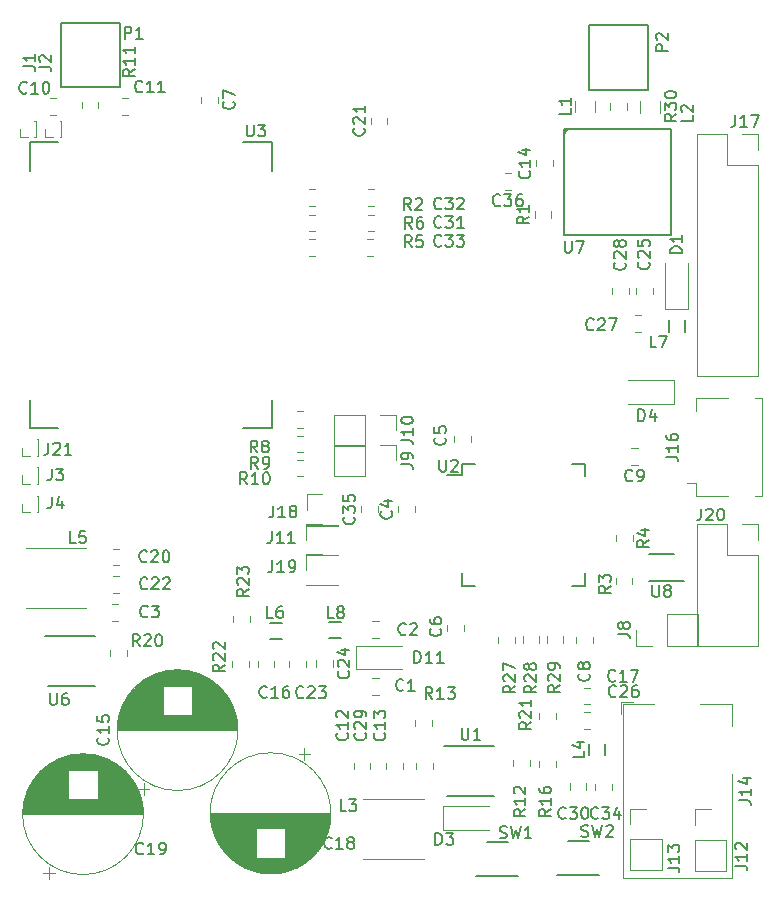
<source format=gbr>
G04 #@! TF.GenerationSoftware,KiCad,Pcbnew,5.0.2+dfsg1-1~bpo9+1*
G04 #@! TF.CreationDate,2019-03-13T07:25:58+01:00*
G04 #@! TF.ProjectId,sensenet_particlemeter,73656e73-656e-4657-945f-706172746963,1.0*
G04 #@! TF.SameCoordinates,Original*
G04 #@! TF.FileFunction,Legend,Top*
G04 #@! TF.FilePolarity,Positive*
%FSLAX46Y46*%
G04 Gerber Fmt 4.6, Leading zero omitted, Abs format (unit mm)*
G04 Created by KiCad (PCBNEW 5.0.2+dfsg1-1~bpo9+1) date Wed 13 Mar 2019 07:25:58 AM CET*
%MOMM*%
%LPD*%
G01*
G04 APERTURE LIST*
%ADD10C,0.120000*%
%ADD11C,0.150000*%
G04 APERTURE END LIST*
D10*
G04 #@! TO.C,R9*
X156440398Y-88657360D02*
X155923242Y-88657360D01*
X156440398Y-90077360D02*
X155923242Y-90077360D01*
D11*
G04 #@! TO.C,U2*
X169958000Y-91027500D02*
X169958000Y-91977500D01*
X180308000Y-91027500D02*
X180308000Y-92077500D01*
X180308000Y-101377500D02*
X180308000Y-100327500D01*
X169958000Y-101377500D02*
X169958000Y-100327500D01*
X169958000Y-91027500D02*
X171008000Y-91027500D01*
X169958000Y-101377500D02*
X171008000Y-101377500D01*
X180308000Y-101377500D02*
X179258000Y-101377500D01*
X180308000Y-91027500D02*
X179258000Y-91027500D01*
X169958000Y-91977500D02*
X168683000Y-91977500D01*
D10*
G04 #@! TO.C,J1*
X133857200Y-63382200D02*
X133857200Y-61992200D01*
X133857200Y-63382200D02*
X133732200Y-63382200D01*
X133857200Y-61992200D02*
X133732200Y-61992200D01*
X133857200Y-63382200D02*
X133857200Y-63295476D01*
X133857200Y-62078924D02*
X133857200Y-61992200D01*
X133172200Y-63382200D02*
X132487200Y-63382200D01*
X132487200Y-63382200D02*
X132487200Y-62687200D01*
G04 #@! TO.C,J2*
X136016200Y-63382200D02*
X136016200Y-61992200D01*
X136016200Y-63382200D02*
X135891200Y-63382200D01*
X136016200Y-61992200D02*
X135891200Y-61992200D01*
X136016200Y-63382200D02*
X136016200Y-63295476D01*
X136016200Y-62078924D02*
X136016200Y-61992200D01*
X135331200Y-63382200D02*
X134646200Y-63382200D01*
X134646200Y-63382200D02*
X134646200Y-62687200D01*
G04 #@! TO.C,J3*
X134060400Y-92719200D02*
X134060400Y-91329200D01*
X134060400Y-92719200D02*
X133935400Y-92719200D01*
X134060400Y-91329200D02*
X133935400Y-91329200D01*
X134060400Y-92719200D02*
X134060400Y-92632476D01*
X134060400Y-91415924D02*
X134060400Y-91329200D01*
X133375400Y-92719200D02*
X132690400Y-92719200D01*
X132690400Y-92719200D02*
X132690400Y-92024200D01*
G04 #@! TO.C,J4*
X134035000Y-95132200D02*
X134035000Y-93742200D01*
X134035000Y-95132200D02*
X133910000Y-95132200D01*
X134035000Y-93742200D02*
X133910000Y-93742200D01*
X134035000Y-95132200D02*
X134035000Y-95045476D01*
X134035000Y-93828924D02*
X134035000Y-93742200D01*
X133350000Y-95132200D02*
X132665000Y-95132200D01*
X132665000Y-95132200D02*
X132665000Y-94437200D01*
G04 #@! TO.C,L2*
X186701800Y-61307600D02*
X186701800Y-60307600D01*
X185001800Y-60307600D02*
X185001800Y-61307600D01*
D11*
G04 #@! TO.C,U3*
X133314000Y-66227000D02*
X133314000Y-63827000D01*
X133314000Y-63827000D02*
X135714000Y-63827000D01*
X151414000Y-63827000D02*
X153814000Y-63827000D01*
X153814000Y-63827000D02*
X153814000Y-66227000D01*
X151414000Y-88027000D02*
X153814000Y-88027000D01*
X153814000Y-88027000D02*
X153814000Y-85627000D01*
X133314000Y-85627000D02*
X133314000Y-88027000D01*
X133314000Y-88027000D02*
X135714000Y-88027000D01*
G04 #@! TO.C,U7*
X178745120Y-62734760D02*
X178645120Y-62884760D01*
X178595120Y-63084760D02*
X178945120Y-62684760D01*
X187595120Y-62684760D02*
X187595120Y-71684760D01*
X187595120Y-71684760D02*
X178595120Y-71684760D01*
X178595120Y-71684760D02*
X178595120Y-62684760D01*
X178595120Y-62684760D02*
X187595120Y-62684760D01*
D10*
G04 #@! TO.C,J11*
X156754520Y-98799960D02*
X159414520Y-98799960D01*
X156754520Y-98739960D02*
X156754520Y-98799960D01*
X159414520Y-98739960D02*
X159414520Y-98799960D01*
X156754520Y-98739960D02*
X159414520Y-98739960D01*
X156754520Y-97469960D02*
X156754520Y-96139960D01*
X156754520Y-96139960D02*
X158084520Y-96139960D01*
G04 #@! TO.C,J18*
X156767220Y-96272660D02*
X159427220Y-96272660D01*
X156767220Y-96212660D02*
X156767220Y-96272660D01*
X159427220Y-96212660D02*
X159427220Y-96272660D01*
X156767220Y-96212660D02*
X159427220Y-96212660D01*
X156767220Y-94942660D02*
X156767220Y-93612660D01*
X156767220Y-93612660D02*
X158097220Y-93612660D01*
G04 #@! TO.C,J19*
X156754520Y-101339960D02*
X159414520Y-101339960D01*
X156754520Y-101279960D02*
X156754520Y-101339960D01*
X159414520Y-101279960D02*
X159414520Y-101339960D01*
X156754520Y-101279960D02*
X159414520Y-101279960D01*
X156754520Y-100009960D02*
X156754520Y-98679960D01*
X156754520Y-98679960D02*
X158084520Y-98679960D01*
G04 #@! TO.C,J21*
X134060400Y-90357000D02*
X134060400Y-88967000D01*
X134060400Y-90357000D02*
X133935400Y-90357000D01*
X134060400Y-88967000D02*
X133935400Y-88967000D01*
X134060400Y-90357000D02*
X134060400Y-90270276D01*
X134060400Y-89053724D02*
X134060400Y-88967000D01*
X133375400Y-90357000D02*
X132690400Y-90357000D01*
X132690400Y-90357000D02*
X132690400Y-89662000D01*
G04 #@! TO.C,L1*
X179515400Y-60282200D02*
X179515400Y-61282200D01*
X181215400Y-61282200D02*
X181215400Y-60282200D01*
D11*
G04 #@! TO.C,L4*
X180701320Y-115724560D02*
X180701320Y-114724560D01*
X182051320Y-114724560D02*
X182051320Y-115724560D01*
G04 #@! TO.C,L6*
X153660220Y-104491160D02*
X154660220Y-104491160D01*
X154660220Y-105841160D02*
X153660220Y-105841160D01*
G04 #@! TO.C,L7*
X187457720Y-79885160D02*
X187457720Y-78885160D01*
X188807720Y-78885160D02*
X188807720Y-79885160D01*
G04 #@! TO.C,L8*
X158676720Y-104427660D02*
X159676720Y-104427660D01*
X159676720Y-105777660D02*
X158676720Y-105777660D01*
G04 #@! TO.C,P1*
X140980800Y-53676800D02*
X140980800Y-59176800D01*
X140980800Y-59176800D02*
X135980800Y-59176800D01*
X135980800Y-59176800D02*
X135980800Y-53676800D01*
X135980800Y-53676800D02*
X140980800Y-53676800D01*
G04 #@! TO.C,P2*
X185705120Y-53890160D02*
X185705120Y-59390160D01*
X185705120Y-59390160D02*
X180705120Y-59390160D01*
X180705120Y-59390160D02*
X180705120Y-53890160D01*
X180705120Y-53890160D02*
X185705120Y-53890160D01*
G04 #@! TO.C,SW1*
X173841920Y-123057560D02*
X172041920Y-123057560D01*
X174641920Y-125957560D02*
X171141920Y-125957560D01*
D10*
G04 #@! TO.C,C17*
X180771298Y-109993360D02*
X180254142Y-109993360D01*
X180771298Y-111413360D02*
X180254142Y-111413360D01*
G04 #@! TO.C,R30*
X183889720Y-60533782D02*
X183889720Y-61050938D01*
X182469720Y-60533782D02*
X182469720Y-61050938D01*
G04 #@! TO.C,C28*
X182647520Y-76671938D02*
X182647520Y-76154782D01*
X184067520Y-76671938D02*
X184067520Y-76154782D01*
G04 #@! TO.C,C26*
X180771298Y-113496160D02*
X180254142Y-113496160D01*
X180771298Y-112076160D02*
X180254142Y-112076160D01*
G04 #@! TO.C,C27*
X185089298Y-78421160D02*
X184572142Y-78421160D01*
X185089298Y-79841160D02*
X184572142Y-79841160D01*
G04 #@! TO.C,C30*
X180460720Y-118100582D02*
X180460720Y-118617738D01*
X179040720Y-118100582D02*
X179040720Y-118617738D01*
D11*
G04 #@! TO.C,U1*
X168670220Y-119160660D02*
X172670220Y-119160660D01*
X168370220Y-114920660D02*
X172670220Y-114920660D01*
D10*
G04 #@! TO.C,C29*
X163483220Y-116918238D02*
X163483220Y-116401082D01*
X164903220Y-116918238D02*
X164903220Y-116401082D01*
G04 #@! TO.C,C25*
X184654120Y-76671938D02*
X184654120Y-76154782D01*
X186074120Y-76671938D02*
X186074120Y-76154782D01*
G04 #@! TO.C,D1*
X187081920Y-77952160D02*
X189081920Y-77952160D01*
X189081920Y-77952160D02*
X189081920Y-74052160D01*
X187081920Y-77952160D02*
X187081920Y-74052160D01*
G04 #@! TO.C,C1*
X162347142Y-110575160D02*
X162864298Y-110575160D01*
X162347142Y-109155160D02*
X162864298Y-109155160D01*
G04 #@! TO.C,C2*
X162347142Y-104329160D02*
X162864298Y-104329160D01*
X162347142Y-105749160D02*
X162864298Y-105749160D01*
G04 #@! TO.C,C4*
X164511920Y-95152978D02*
X164511920Y-94635822D01*
X165931920Y-95152978D02*
X165931920Y-94635822D01*
G04 #@! TO.C,C5*
X170699500Y-88704922D02*
X170699500Y-89222078D01*
X169279500Y-88704922D02*
X169279500Y-89222078D01*
G04 #@! TO.C,C6*
X170097520Y-104676682D02*
X170097520Y-105193838D01*
X168677520Y-104676682D02*
X168677520Y-105193838D01*
G04 #@! TO.C,C7*
X149282220Y-59949582D02*
X149282220Y-60466738D01*
X147862220Y-59949582D02*
X147862220Y-60466738D01*
G04 #@! TO.C,C8*
X179579200Y-105684822D02*
X179579200Y-106201978D01*
X180999200Y-105684822D02*
X180999200Y-106201978D01*
G04 #@! TO.C,C9*
X184789578Y-91134000D02*
X184272422Y-91134000D01*
X184789578Y-89714000D02*
X184272422Y-89714000D01*
G04 #@! TO.C,C10*
X135072622Y-60097600D02*
X135589778Y-60097600D01*
X135072622Y-61517600D02*
X135589778Y-61517600D01*
G04 #@! TO.C,C11*
X141685778Y-60072200D02*
X141168622Y-60072200D01*
X141685778Y-61492200D02*
X141168622Y-61492200D01*
G04 #@! TO.C,C12*
X162172720Y-116918238D02*
X162172720Y-116401082D01*
X160752720Y-116918238D02*
X160752720Y-116401082D01*
G04 #@! TO.C,C13*
X167443220Y-116918238D02*
X167443220Y-116401082D01*
X166023220Y-116918238D02*
X166023220Y-116401082D01*
G04 #@! TO.C,C14*
X177621000Y-65866778D02*
X177621000Y-65349622D01*
X176201000Y-65866778D02*
X176201000Y-65349622D01*
G04 #@! TO.C,C16*
X152624720Y-107716582D02*
X152624720Y-108233738D01*
X154044720Y-107716582D02*
X154044720Y-108233738D01*
G04 #@! TO.C,C3*
X140326049Y-104342952D02*
X140843205Y-104342952D01*
X140326049Y-102922952D02*
X140843205Y-102922952D01*
G04 #@! TO.C,C20*
X140359549Y-98223952D02*
X140876705Y-98223952D01*
X140359549Y-99643952D02*
X140876705Y-99643952D01*
G04 #@! TO.C,C22*
X140359549Y-100573452D02*
X140876705Y-100573452D01*
X140359549Y-101993452D02*
X140876705Y-101993452D01*
D11*
G04 #@! TO.C,U6*
X134888220Y-109889660D02*
X138888220Y-109889660D01*
X134588220Y-105649660D02*
X138888220Y-105649660D01*
D10*
G04 #@! TO.C,C24*
X158997720Y-107686582D02*
X158997720Y-108203738D01*
X157577720Y-107686582D02*
X157577720Y-108203738D01*
G04 #@! TO.C,J17*
X189787220Y-63132660D02*
X192387220Y-63132660D01*
X189787220Y-63132660D02*
X189787220Y-83572660D01*
X189787220Y-83572660D02*
X194987220Y-83572660D01*
X194987220Y-65732660D02*
X194987220Y-83572660D01*
X192387220Y-65732660D02*
X194987220Y-65732660D01*
X192387220Y-63132660D02*
X192387220Y-65732660D01*
X194987220Y-63132660D02*
X194987220Y-64462660D01*
X193657220Y-63132660D02*
X194987220Y-63132660D01*
G04 #@! TO.C,J20*
X193657220Y-96152660D02*
X194987220Y-96152660D01*
X194987220Y-96152660D02*
X194987220Y-97482660D01*
X192387220Y-96152660D02*
X192387220Y-98752660D01*
X192387220Y-98752660D02*
X194987220Y-98752660D01*
X194987220Y-98752660D02*
X194987220Y-106432660D01*
X189787220Y-106432660D02*
X194987220Y-106432660D01*
X189787220Y-96152660D02*
X189787220Y-106432660D01*
X189787220Y-96152660D02*
X192387220Y-96152660D01*
G04 #@! TO.C,R3*
X182926920Y-101210638D02*
X182926920Y-100693482D01*
X184346920Y-101210638D02*
X184346920Y-100693482D01*
G04 #@! TO.C,R4*
X182952320Y-97084382D02*
X182952320Y-97601538D01*
X184372320Y-97084382D02*
X184372320Y-97601538D01*
D11*
G04 #@! TO.C,U8*
X187886920Y-98681760D02*
X185736920Y-98681760D01*
X188711920Y-100931760D02*
X185736920Y-100931760D01*
D10*
G04 #@! TO.C,R1*
X177488920Y-70194938D02*
X177488920Y-69677782D01*
X176068920Y-70194938D02*
X176068920Y-69677782D01*
G04 #@! TO.C,R8*
X156440398Y-87994560D02*
X155923242Y-87994560D01*
X156440398Y-86574560D02*
X155923242Y-86574560D01*
G04 #@! TO.C,R10*
X156465798Y-92109360D02*
X155948642Y-92109360D01*
X156465798Y-90689360D02*
X155948642Y-90689360D01*
G04 #@! TO.C,R11*
X139140000Y-60371222D02*
X139140000Y-60888378D01*
X137720000Y-60371222D02*
X137720000Y-60888378D01*
G04 #@! TO.C,R12*
X175698220Y-116664238D02*
X175698220Y-116147082D01*
X174278220Y-116664238D02*
X174278220Y-116147082D01*
G04 #@! TO.C,R13*
X165959720Y-113220238D02*
X165959720Y-112703082D01*
X167379720Y-113220238D02*
X167379720Y-112703082D01*
G04 #@! TO.C,R16*
X177857220Y-116680238D02*
X177857220Y-116163082D01*
X176437220Y-116680238D02*
X176437220Y-116163082D01*
G04 #@! TO.C,R20*
X141535220Y-106812582D02*
X141535220Y-107329738D01*
X140115220Y-106812582D02*
X140115220Y-107329738D01*
G04 #@! TO.C,R21*
X176437220Y-112679738D02*
X176437220Y-112162582D01*
X177857220Y-112679738D02*
X177857220Y-112162582D01*
G04 #@! TO.C,R22*
X151885720Y-108218738D02*
X151885720Y-107701582D01*
X150465720Y-108218738D02*
X150465720Y-107701582D01*
G04 #@! TO.C,R23*
X150529220Y-104472238D02*
X150529220Y-103955082D01*
X151949220Y-104472238D02*
X151949220Y-103955082D01*
G04 #@! TO.C,R27*
X174420600Y-105684822D02*
X174420600Y-106201978D01*
X173000600Y-105684822D02*
X173000600Y-106201978D01*
G04 #@! TO.C,R28*
X175058000Y-105659422D02*
X175058000Y-106176578D01*
X176478000Y-105659422D02*
X176478000Y-106176578D01*
G04 #@! TO.C,R29*
X177090000Y-105659422D02*
X177090000Y-106176578D01*
X178510000Y-105659422D02*
X178510000Y-106176578D01*
G04 #@! TO.C,C21*
X162200520Y-62242438D02*
X162200520Y-61725282D01*
X163620520Y-62242438D02*
X163620520Y-61725282D01*
G04 #@! TO.C,C31*
X162455598Y-71357560D02*
X161938442Y-71357560D01*
X162455598Y-69937560D02*
X161938442Y-69937560D01*
G04 #@! TO.C,C32*
X162485598Y-69173160D02*
X161968442Y-69173160D01*
X162485598Y-67753160D02*
X161968442Y-67753160D01*
G04 #@! TO.C,C33*
X162430198Y-73440360D02*
X161913042Y-73440360D01*
X162430198Y-72020360D02*
X161913042Y-72020360D01*
G04 #@! TO.C,R2*
X157477198Y-69173160D02*
X156960042Y-69173160D01*
X157477198Y-67753160D02*
X156960042Y-67753160D01*
G04 #@! TO.C,R5*
X157481798Y-73465760D02*
X156964642Y-73465760D01*
X157481798Y-72045760D02*
X156964642Y-72045760D01*
G04 #@! TO.C,R6*
X157481798Y-69937560D02*
X156964642Y-69937560D01*
X157481798Y-71357560D02*
X156964642Y-71357560D01*
G04 #@! TO.C,C23*
X156711720Y-107765082D02*
X156711720Y-108282238D01*
X155291720Y-107765082D02*
X155291720Y-108282238D01*
G04 #@! TO.C,D3*
X168356720Y-120041160D02*
X168356720Y-122041160D01*
X168356720Y-122041160D02*
X172256720Y-122041160D01*
X168356720Y-120041160D02*
X172256720Y-120041160D01*
G04 #@! TO.C,D11*
X160990720Y-106452160D02*
X164890720Y-106452160D01*
X160990720Y-108452160D02*
X164890720Y-108452160D01*
X160990720Y-106452160D02*
X160990720Y-108452160D01*
G04 #@! TO.C,J16*
X192454520Y-93731360D02*
X189754520Y-93731360D01*
X189754520Y-93731360D02*
X189754520Y-92681360D01*
X189754520Y-92681360D02*
X188964520Y-92681360D01*
X192454520Y-85511360D02*
X189754520Y-85511360D01*
X189754520Y-85511360D02*
X189754520Y-86561360D01*
X194774520Y-93731360D02*
X195324520Y-93731360D01*
X195324520Y-93731360D02*
X195324520Y-85511360D01*
X195324520Y-85511360D02*
X194774520Y-85511360D01*
G04 #@! TO.C,L3*
X166679720Y-124480160D02*
X161579720Y-124480160D01*
X166679720Y-119380160D02*
X161579720Y-119380160D01*
G04 #@! TO.C,L5*
X132982720Y-103271160D02*
X138082720Y-103271160D01*
X132982720Y-98171160D02*
X138082720Y-98171160D01*
G04 #@! TO.C,J8*
X189894520Y-106445360D02*
X189894520Y-103785360D01*
X187294520Y-106445360D02*
X189894520Y-106445360D01*
X187294520Y-103785360D02*
X189894520Y-103785360D01*
X187294520Y-106445360D02*
X187294520Y-103785360D01*
X186024520Y-106445360D02*
X184694520Y-106445360D01*
X184694520Y-106445360D02*
X184694520Y-105115360D01*
G04 #@! TO.C,C18*
X157090720Y-115640514D02*
X156090720Y-115640514D01*
X156590720Y-115140514D02*
X156590720Y-116140514D01*
X154314720Y-125701160D02*
X153116720Y-125701160D01*
X154577720Y-125661160D02*
X152853720Y-125661160D01*
X154777720Y-125621160D02*
X152653720Y-125621160D01*
X154945720Y-125581160D02*
X152485720Y-125581160D01*
X155093720Y-125541160D02*
X152337720Y-125541160D01*
X155225720Y-125501160D02*
X152205720Y-125501160D01*
X155345720Y-125461160D02*
X152085720Y-125461160D01*
X155457720Y-125421160D02*
X151973720Y-125421160D01*
X155561720Y-125381160D02*
X151869720Y-125381160D01*
X155659720Y-125341160D02*
X151771720Y-125341160D01*
X155752720Y-125301160D02*
X151678720Y-125301160D01*
X155840720Y-125261160D02*
X151590720Y-125261160D01*
X155924720Y-125221160D02*
X151506720Y-125221160D01*
X156004720Y-125181160D02*
X151426720Y-125181160D01*
X156080720Y-125141160D02*
X151350720Y-125141160D01*
X156154720Y-125101160D02*
X151276720Y-125101160D01*
X156225720Y-125061160D02*
X151205720Y-125061160D01*
X156294720Y-125021160D02*
X151136720Y-125021160D01*
X156360720Y-124981160D02*
X151070720Y-124981160D01*
X156424720Y-124941160D02*
X151006720Y-124941160D01*
X156485720Y-124901160D02*
X150945720Y-124901160D01*
X156545720Y-124861160D02*
X150885720Y-124861160D01*
X156604720Y-124821160D02*
X150826720Y-124821160D01*
X156660720Y-124781160D02*
X150770720Y-124781160D01*
X156715720Y-124741160D02*
X150715720Y-124741160D01*
X156769720Y-124701160D02*
X150661720Y-124701160D01*
X156821720Y-124661160D02*
X150609720Y-124661160D01*
X156871720Y-124621160D02*
X150559720Y-124621160D01*
X156921720Y-124581160D02*
X150509720Y-124581160D01*
X156969720Y-124541160D02*
X150461720Y-124541160D01*
X157016720Y-124501160D02*
X150414720Y-124501160D01*
X157062720Y-124461160D02*
X150368720Y-124461160D01*
X157107720Y-124421160D02*
X150323720Y-124421160D01*
X157151720Y-124381160D02*
X150279720Y-124381160D01*
X152474720Y-124341160D02*
X150237720Y-124341160D01*
X157193720Y-124341160D02*
X154956720Y-124341160D01*
X152474720Y-124301160D02*
X150195720Y-124301160D01*
X157235720Y-124301160D02*
X154956720Y-124301160D01*
X152474720Y-124261160D02*
X150154720Y-124261160D01*
X157276720Y-124261160D02*
X154956720Y-124261160D01*
X152474720Y-124221160D02*
X150114720Y-124221160D01*
X157316720Y-124221160D02*
X154956720Y-124221160D01*
X152474720Y-124181160D02*
X150075720Y-124181160D01*
X157355720Y-124181160D02*
X154956720Y-124181160D01*
X152474720Y-124141160D02*
X150036720Y-124141160D01*
X157394720Y-124141160D02*
X154956720Y-124141160D01*
X152474720Y-124101160D02*
X149999720Y-124101160D01*
X157431720Y-124101160D02*
X154956720Y-124101160D01*
X152474720Y-124061160D02*
X149962720Y-124061160D01*
X157468720Y-124061160D02*
X154956720Y-124061160D01*
X152474720Y-124021160D02*
X149926720Y-124021160D01*
X157504720Y-124021160D02*
X154956720Y-124021160D01*
X152474720Y-123981160D02*
X149891720Y-123981160D01*
X157539720Y-123981160D02*
X154956720Y-123981160D01*
X152474720Y-123941160D02*
X149857720Y-123941160D01*
X157573720Y-123941160D02*
X154956720Y-123941160D01*
X152474720Y-123901160D02*
X149823720Y-123901160D01*
X157607720Y-123901160D02*
X154956720Y-123901160D01*
X152474720Y-123861160D02*
X149790720Y-123861160D01*
X157640720Y-123861160D02*
X154956720Y-123861160D01*
X152474720Y-123821160D02*
X149758720Y-123821160D01*
X157672720Y-123821160D02*
X154956720Y-123821160D01*
X152474720Y-123781160D02*
X149726720Y-123781160D01*
X157704720Y-123781160D02*
X154956720Y-123781160D01*
X152474720Y-123741160D02*
X149695720Y-123741160D01*
X157735720Y-123741160D02*
X154956720Y-123741160D01*
X152474720Y-123701160D02*
X149665720Y-123701160D01*
X157765720Y-123701160D02*
X154956720Y-123701160D01*
X152474720Y-123661160D02*
X149635720Y-123661160D01*
X157795720Y-123661160D02*
X154956720Y-123661160D01*
X152474720Y-123621160D02*
X149605720Y-123621160D01*
X157825720Y-123621160D02*
X154956720Y-123621160D01*
X152474720Y-123581160D02*
X149577720Y-123581160D01*
X157853720Y-123581160D02*
X154956720Y-123581160D01*
X152474720Y-123541160D02*
X149549720Y-123541160D01*
X157881720Y-123541160D02*
X154956720Y-123541160D01*
X152474720Y-123501160D02*
X149521720Y-123501160D01*
X157909720Y-123501160D02*
X154956720Y-123501160D01*
X152474720Y-123461160D02*
X149494720Y-123461160D01*
X157936720Y-123461160D02*
X154956720Y-123461160D01*
X152474720Y-123421160D02*
X149468720Y-123421160D01*
X157962720Y-123421160D02*
X154956720Y-123421160D01*
X152474720Y-123381160D02*
X149442720Y-123381160D01*
X157988720Y-123381160D02*
X154956720Y-123381160D01*
X152474720Y-123341160D02*
X149417720Y-123341160D01*
X158013720Y-123341160D02*
X154956720Y-123341160D01*
X152474720Y-123301160D02*
X149392720Y-123301160D01*
X158038720Y-123301160D02*
X154956720Y-123301160D01*
X152474720Y-123261160D02*
X149368720Y-123261160D01*
X158062720Y-123261160D02*
X154956720Y-123261160D01*
X152474720Y-123221160D02*
X149344720Y-123221160D01*
X158086720Y-123221160D02*
X154956720Y-123221160D01*
X152474720Y-123181160D02*
X149320720Y-123181160D01*
X158110720Y-123181160D02*
X154956720Y-123181160D01*
X152474720Y-123141160D02*
X149298720Y-123141160D01*
X158132720Y-123141160D02*
X154956720Y-123141160D01*
X152474720Y-123101160D02*
X149275720Y-123101160D01*
X158155720Y-123101160D02*
X154956720Y-123101160D01*
X152474720Y-123061160D02*
X149253720Y-123061160D01*
X158177720Y-123061160D02*
X154956720Y-123061160D01*
X152474720Y-123021160D02*
X149232720Y-123021160D01*
X158198720Y-123021160D02*
X154956720Y-123021160D01*
X152474720Y-122981160D02*
X149211720Y-122981160D01*
X158219720Y-122981160D02*
X154956720Y-122981160D01*
X152474720Y-122941160D02*
X149190720Y-122941160D01*
X158240720Y-122941160D02*
X154956720Y-122941160D01*
X152474720Y-122901160D02*
X149170720Y-122901160D01*
X158260720Y-122901160D02*
X154956720Y-122901160D01*
X152474720Y-122861160D02*
X149151720Y-122861160D01*
X158279720Y-122861160D02*
X154956720Y-122861160D01*
X152474720Y-122821160D02*
X149131720Y-122821160D01*
X158299720Y-122821160D02*
X154956720Y-122821160D01*
X152474720Y-122781160D02*
X149112720Y-122781160D01*
X158318720Y-122781160D02*
X154956720Y-122781160D01*
X152474720Y-122741160D02*
X149094720Y-122741160D01*
X158336720Y-122741160D02*
X154956720Y-122741160D01*
X152474720Y-122701160D02*
X149076720Y-122701160D01*
X158354720Y-122701160D02*
X154956720Y-122701160D01*
X152474720Y-122661160D02*
X149058720Y-122661160D01*
X158372720Y-122661160D02*
X154956720Y-122661160D01*
X152474720Y-122621160D02*
X149041720Y-122621160D01*
X158389720Y-122621160D02*
X154956720Y-122621160D01*
X152474720Y-122581160D02*
X149025720Y-122581160D01*
X158405720Y-122581160D02*
X154956720Y-122581160D01*
X152474720Y-122541160D02*
X149008720Y-122541160D01*
X158422720Y-122541160D02*
X154956720Y-122541160D01*
X152474720Y-122501160D02*
X148992720Y-122501160D01*
X158438720Y-122501160D02*
X154956720Y-122501160D01*
X152474720Y-122461160D02*
X148977720Y-122461160D01*
X158453720Y-122461160D02*
X154956720Y-122461160D01*
X152474720Y-122421160D02*
X148961720Y-122421160D01*
X158469720Y-122421160D02*
X154956720Y-122421160D01*
X152474720Y-122381160D02*
X148947720Y-122381160D01*
X158483720Y-122381160D02*
X154956720Y-122381160D01*
X152474720Y-122341160D02*
X148932720Y-122341160D01*
X158498720Y-122341160D02*
X154956720Y-122341160D01*
X152474720Y-122301160D02*
X148918720Y-122301160D01*
X158512720Y-122301160D02*
X154956720Y-122301160D01*
X152474720Y-122261160D02*
X148904720Y-122261160D01*
X158526720Y-122261160D02*
X154956720Y-122261160D01*
X152474720Y-122221160D02*
X148891720Y-122221160D01*
X158539720Y-122221160D02*
X154956720Y-122221160D01*
X152474720Y-122181160D02*
X148878720Y-122181160D01*
X158552720Y-122181160D02*
X154956720Y-122181160D01*
X152474720Y-122141160D02*
X148865720Y-122141160D01*
X158565720Y-122141160D02*
X154956720Y-122141160D01*
X152474720Y-122101160D02*
X148853720Y-122101160D01*
X158577720Y-122101160D02*
X154956720Y-122101160D01*
X152474720Y-122061160D02*
X148841720Y-122061160D01*
X158589720Y-122061160D02*
X154956720Y-122061160D01*
X152474720Y-122021160D02*
X148830720Y-122021160D01*
X158600720Y-122021160D02*
X154956720Y-122021160D01*
X152474720Y-121981160D02*
X148818720Y-121981160D01*
X158612720Y-121981160D02*
X154956720Y-121981160D01*
X152474720Y-121941160D02*
X148808720Y-121941160D01*
X158622720Y-121941160D02*
X154956720Y-121941160D01*
X152474720Y-121901160D02*
X148797720Y-121901160D01*
X158633720Y-121901160D02*
X154956720Y-121901160D01*
X158643720Y-121861160D02*
X148787720Y-121861160D01*
X158653720Y-121821160D02*
X148777720Y-121821160D01*
X158662720Y-121781160D02*
X148768720Y-121781160D01*
X158671720Y-121741160D02*
X148759720Y-121741160D01*
X158680720Y-121701160D02*
X148750720Y-121701160D01*
X158689720Y-121661160D02*
X148741720Y-121661160D01*
X158697720Y-121621160D02*
X148733720Y-121621160D01*
X158705720Y-121581160D02*
X148725720Y-121581160D01*
X158712720Y-121541160D02*
X148718720Y-121541160D01*
X158719720Y-121501160D02*
X148711720Y-121501160D01*
X158726720Y-121461160D02*
X148704720Y-121461160D01*
X158733720Y-121421160D02*
X148697720Y-121421160D01*
X158739720Y-121381160D02*
X148691720Y-121381160D01*
X158745720Y-121341160D02*
X148685720Y-121341160D01*
X158750720Y-121300160D02*
X148680720Y-121300160D01*
X158755720Y-121260160D02*
X148675720Y-121260160D01*
X158760720Y-121220160D02*
X148670720Y-121220160D01*
X158765720Y-121180160D02*
X148665720Y-121180160D01*
X158769720Y-121140160D02*
X148661720Y-121140160D01*
X158773720Y-121100160D02*
X148657720Y-121100160D01*
X158777720Y-121060160D02*
X148653720Y-121060160D01*
X158780720Y-121020160D02*
X148650720Y-121020160D01*
X158783720Y-120980160D02*
X148647720Y-120980160D01*
X158785720Y-120940160D02*
X148645720Y-120940160D01*
X158788720Y-120900160D02*
X148642720Y-120900160D01*
X158790720Y-120860160D02*
X148640720Y-120860160D01*
X158792720Y-120820160D02*
X148638720Y-120820160D01*
X158793720Y-120780160D02*
X148637720Y-120780160D01*
X158794720Y-120740160D02*
X148636720Y-120740160D01*
X158795720Y-120700160D02*
X148635720Y-120700160D01*
X158795720Y-120660160D02*
X148635720Y-120660160D01*
X158795720Y-120620160D02*
X148635720Y-120620160D01*
X158835720Y-120620160D02*
G75*
G03X158835720Y-120620160I-5120000J0D01*
G01*
G04 #@! TO.C,C19*
X142960720Y-120700160D02*
G75*
G03X142960720Y-120700160I-5120000J0D01*
G01*
X132760720Y-120700160D02*
X142920720Y-120700160D01*
X132760720Y-120660160D02*
X142920720Y-120660160D01*
X132760720Y-120620160D02*
X142920720Y-120620160D01*
X132761720Y-120580160D02*
X142919720Y-120580160D01*
X132762720Y-120540160D02*
X142918720Y-120540160D01*
X132763720Y-120500160D02*
X142917720Y-120500160D01*
X132765720Y-120460160D02*
X142915720Y-120460160D01*
X132767720Y-120420160D02*
X142913720Y-120420160D01*
X132770720Y-120380160D02*
X142910720Y-120380160D01*
X132772720Y-120340160D02*
X142908720Y-120340160D01*
X132775720Y-120300160D02*
X142905720Y-120300160D01*
X132778720Y-120260160D02*
X142902720Y-120260160D01*
X132782720Y-120220160D02*
X142898720Y-120220160D01*
X132786720Y-120180160D02*
X142894720Y-120180160D01*
X132790720Y-120140160D02*
X142890720Y-120140160D01*
X132795720Y-120100160D02*
X142885720Y-120100160D01*
X132800720Y-120060160D02*
X142880720Y-120060160D01*
X132805720Y-120020160D02*
X142875720Y-120020160D01*
X132810720Y-119979160D02*
X142870720Y-119979160D01*
X132816720Y-119939160D02*
X142864720Y-119939160D01*
X132822720Y-119899160D02*
X142858720Y-119899160D01*
X132829720Y-119859160D02*
X142851720Y-119859160D01*
X132836720Y-119819160D02*
X142844720Y-119819160D01*
X132843720Y-119779160D02*
X142837720Y-119779160D01*
X132850720Y-119739160D02*
X142830720Y-119739160D01*
X132858720Y-119699160D02*
X142822720Y-119699160D01*
X132866720Y-119659160D02*
X142814720Y-119659160D01*
X132875720Y-119619160D02*
X142805720Y-119619160D01*
X132884720Y-119579160D02*
X142796720Y-119579160D01*
X132893720Y-119539160D02*
X142787720Y-119539160D01*
X132902720Y-119499160D02*
X142778720Y-119499160D01*
X132912720Y-119459160D02*
X142768720Y-119459160D01*
X132922720Y-119419160D02*
X136599720Y-119419160D01*
X139081720Y-119419160D02*
X142758720Y-119419160D01*
X132933720Y-119379160D02*
X136599720Y-119379160D01*
X139081720Y-119379160D02*
X142747720Y-119379160D01*
X132943720Y-119339160D02*
X136599720Y-119339160D01*
X139081720Y-119339160D02*
X142737720Y-119339160D01*
X132955720Y-119299160D02*
X136599720Y-119299160D01*
X139081720Y-119299160D02*
X142725720Y-119299160D01*
X132966720Y-119259160D02*
X136599720Y-119259160D01*
X139081720Y-119259160D02*
X142714720Y-119259160D01*
X132978720Y-119219160D02*
X136599720Y-119219160D01*
X139081720Y-119219160D02*
X142702720Y-119219160D01*
X132990720Y-119179160D02*
X136599720Y-119179160D01*
X139081720Y-119179160D02*
X142690720Y-119179160D01*
X133003720Y-119139160D02*
X136599720Y-119139160D01*
X139081720Y-119139160D02*
X142677720Y-119139160D01*
X133016720Y-119099160D02*
X136599720Y-119099160D01*
X139081720Y-119099160D02*
X142664720Y-119099160D01*
X133029720Y-119059160D02*
X136599720Y-119059160D01*
X139081720Y-119059160D02*
X142651720Y-119059160D01*
X133043720Y-119019160D02*
X136599720Y-119019160D01*
X139081720Y-119019160D02*
X142637720Y-119019160D01*
X133057720Y-118979160D02*
X136599720Y-118979160D01*
X139081720Y-118979160D02*
X142623720Y-118979160D01*
X133072720Y-118939160D02*
X136599720Y-118939160D01*
X139081720Y-118939160D02*
X142608720Y-118939160D01*
X133086720Y-118899160D02*
X136599720Y-118899160D01*
X139081720Y-118899160D02*
X142594720Y-118899160D01*
X133102720Y-118859160D02*
X136599720Y-118859160D01*
X139081720Y-118859160D02*
X142578720Y-118859160D01*
X133117720Y-118819160D02*
X136599720Y-118819160D01*
X139081720Y-118819160D02*
X142563720Y-118819160D01*
X133133720Y-118779160D02*
X136599720Y-118779160D01*
X139081720Y-118779160D02*
X142547720Y-118779160D01*
X133150720Y-118739160D02*
X136599720Y-118739160D01*
X139081720Y-118739160D02*
X142530720Y-118739160D01*
X133166720Y-118699160D02*
X136599720Y-118699160D01*
X139081720Y-118699160D02*
X142514720Y-118699160D01*
X133183720Y-118659160D02*
X136599720Y-118659160D01*
X139081720Y-118659160D02*
X142497720Y-118659160D01*
X133201720Y-118619160D02*
X136599720Y-118619160D01*
X139081720Y-118619160D02*
X142479720Y-118619160D01*
X133219720Y-118579160D02*
X136599720Y-118579160D01*
X139081720Y-118579160D02*
X142461720Y-118579160D01*
X133237720Y-118539160D02*
X136599720Y-118539160D01*
X139081720Y-118539160D02*
X142443720Y-118539160D01*
X133256720Y-118499160D02*
X136599720Y-118499160D01*
X139081720Y-118499160D02*
X142424720Y-118499160D01*
X133276720Y-118459160D02*
X136599720Y-118459160D01*
X139081720Y-118459160D02*
X142404720Y-118459160D01*
X133295720Y-118419160D02*
X136599720Y-118419160D01*
X139081720Y-118419160D02*
X142385720Y-118419160D01*
X133315720Y-118379160D02*
X136599720Y-118379160D01*
X139081720Y-118379160D02*
X142365720Y-118379160D01*
X133336720Y-118339160D02*
X136599720Y-118339160D01*
X139081720Y-118339160D02*
X142344720Y-118339160D01*
X133357720Y-118299160D02*
X136599720Y-118299160D01*
X139081720Y-118299160D02*
X142323720Y-118299160D01*
X133378720Y-118259160D02*
X136599720Y-118259160D01*
X139081720Y-118259160D02*
X142302720Y-118259160D01*
X133400720Y-118219160D02*
X136599720Y-118219160D01*
X139081720Y-118219160D02*
X142280720Y-118219160D01*
X133423720Y-118179160D02*
X136599720Y-118179160D01*
X139081720Y-118179160D02*
X142257720Y-118179160D01*
X133445720Y-118139160D02*
X136599720Y-118139160D01*
X139081720Y-118139160D02*
X142235720Y-118139160D01*
X133469720Y-118099160D02*
X136599720Y-118099160D01*
X139081720Y-118099160D02*
X142211720Y-118099160D01*
X133493720Y-118059160D02*
X136599720Y-118059160D01*
X139081720Y-118059160D02*
X142187720Y-118059160D01*
X133517720Y-118019160D02*
X136599720Y-118019160D01*
X139081720Y-118019160D02*
X142163720Y-118019160D01*
X133542720Y-117979160D02*
X136599720Y-117979160D01*
X139081720Y-117979160D02*
X142138720Y-117979160D01*
X133567720Y-117939160D02*
X136599720Y-117939160D01*
X139081720Y-117939160D02*
X142113720Y-117939160D01*
X133593720Y-117899160D02*
X136599720Y-117899160D01*
X139081720Y-117899160D02*
X142087720Y-117899160D01*
X133619720Y-117859160D02*
X136599720Y-117859160D01*
X139081720Y-117859160D02*
X142061720Y-117859160D01*
X133646720Y-117819160D02*
X136599720Y-117819160D01*
X139081720Y-117819160D02*
X142034720Y-117819160D01*
X133674720Y-117779160D02*
X136599720Y-117779160D01*
X139081720Y-117779160D02*
X142006720Y-117779160D01*
X133702720Y-117739160D02*
X136599720Y-117739160D01*
X139081720Y-117739160D02*
X141978720Y-117739160D01*
X133730720Y-117699160D02*
X136599720Y-117699160D01*
X139081720Y-117699160D02*
X141950720Y-117699160D01*
X133760720Y-117659160D02*
X136599720Y-117659160D01*
X139081720Y-117659160D02*
X141920720Y-117659160D01*
X133790720Y-117619160D02*
X136599720Y-117619160D01*
X139081720Y-117619160D02*
X141890720Y-117619160D01*
X133820720Y-117579160D02*
X136599720Y-117579160D01*
X139081720Y-117579160D02*
X141860720Y-117579160D01*
X133851720Y-117539160D02*
X136599720Y-117539160D01*
X139081720Y-117539160D02*
X141829720Y-117539160D01*
X133883720Y-117499160D02*
X136599720Y-117499160D01*
X139081720Y-117499160D02*
X141797720Y-117499160D01*
X133915720Y-117459160D02*
X136599720Y-117459160D01*
X139081720Y-117459160D02*
X141765720Y-117459160D01*
X133948720Y-117419160D02*
X136599720Y-117419160D01*
X139081720Y-117419160D02*
X141732720Y-117419160D01*
X133982720Y-117379160D02*
X136599720Y-117379160D01*
X139081720Y-117379160D02*
X141698720Y-117379160D01*
X134016720Y-117339160D02*
X136599720Y-117339160D01*
X139081720Y-117339160D02*
X141664720Y-117339160D01*
X134051720Y-117299160D02*
X136599720Y-117299160D01*
X139081720Y-117299160D02*
X141629720Y-117299160D01*
X134087720Y-117259160D02*
X136599720Y-117259160D01*
X139081720Y-117259160D02*
X141593720Y-117259160D01*
X134124720Y-117219160D02*
X136599720Y-117219160D01*
X139081720Y-117219160D02*
X141556720Y-117219160D01*
X134161720Y-117179160D02*
X136599720Y-117179160D01*
X139081720Y-117179160D02*
X141519720Y-117179160D01*
X134200720Y-117139160D02*
X136599720Y-117139160D01*
X139081720Y-117139160D02*
X141480720Y-117139160D01*
X134239720Y-117099160D02*
X136599720Y-117099160D01*
X139081720Y-117099160D02*
X141441720Y-117099160D01*
X134279720Y-117059160D02*
X136599720Y-117059160D01*
X139081720Y-117059160D02*
X141401720Y-117059160D01*
X134320720Y-117019160D02*
X136599720Y-117019160D01*
X139081720Y-117019160D02*
X141360720Y-117019160D01*
X134362720Y-116979160D02*
X136599720Y-116979160D01*
X139081720Y-116979160D02*
X141318720Y-116979160D01*
X134404720Y-116939160D02*
X141276720Y-116939160D01*
X134448720Y-116899160D02*
X141232720Y-116899160D01*
X134493720Y-116859160D02*
X141187720Y-116859160D01*
X134539720Y-116819160D02*
X141141720Y-116819160D01*
X134586720Y-116779160D02*
X141094720Y-116779160D01*
X134634720Y-116739160D02*
X141046720Y-116739160D01*
X134684720Y-116699160D02*
X140996720Y-116699160D01*
X134734720Y-116659160D02*
X140946720Y-116659160D01*
X134786720Y-116619160D02*
X140894720Y-116619160D01*
X134840720Y-116579160D02*
X140840720Y-116579160D01*
X134895720Y-116539160D02*
X140785720Y-116539160D01*
X134951720Y-116499160D02*
X140729720Y-116499160D01*
X135010720Y-116459160D02*
X140670720Y-116459160D01*
X135070720Y-116419160D02*
X140610720Y-116419160D01*
X135131720Y-116379160D02*
X140549720Y-116379160D01*
X135195720Y-116339160D02*
X140485720Y-116339160D01*
X135261720Y-116299160D02*
X140419720Y-116299160D01*
X135330720Y-116259160D02*
X140350720Y-116259160D01*
X135401720Y-116219160D02*
X140279720Y-116219160D01*
X135475720Y-116179160D02*
X140205720Y-116179160D01*
X135551720Y-116139160D02*
X140129720Y-116139160D01*
X135631720Y-116099160D02*
X140049720Y-116099160D01*
X135715720Y-116059160D02*
X139965720Y-116059160D01*
X135803720Y-116019160D02*
X139877720Y-116019160D01*
X135896720Y-115979160D02*
X139784720Y-115979160D01*
X135994720Y-115939160D02*
X139686720Y-115939160D01*
X136098720Y-115899160D02*
X139582720Y-115899160D01*
X136210720Y-115859160D02*
X139470720Y-115859160D01*
X136330720Y-115819160D02*
X139350720Y-115819160D01*
X136462720Y-115779160D02*
X139218720Y-115779160D01*
X136610720Y-115739160D02*
X139070720Y-115739160D01*
X136778720Y-115699160D02*
X138902720Y-115699160D01*
X136978720Y-115659160D02*
X138702720Y-115659160D01*
X137241720Y-115619160D02*
X138439720Y-115619160D01*
X134965720Y-126179806D02*
X134965720Y-125179806D01*
X134465720Y-125679806D02*
X135465720Y-125679806D01*
G04 #@! TO.C,C34*
X182594320Y-118115582D02*
X182594320Y-118632738D01*
X181174320Y-118115582D02*
X181174320Y-118632738D01*
G04 #@! TO.C,D4*
X187842720Y-85973160D02*
X187842720Y-83973160D01*
X187842720Y-83973160D02*
X183942720Y-83973160D01*
X187842720Y-85973160D02*
X183942720Y-85973160D01*
G04 #@! TO.C,J9*
X159116720Y-89421660D02*
X159116720Y-92081660D01*
X161716720Y-89421660D02*
X159116720Y-89421660D01*
X161716720Y-92081660D02*
X159116720Y-92081660D01*
X161716720Y-89421660D02*
X161716720Y-92081660D01*
X162986720Y-89421660D02*
X164316720Y-89421660D01*
X164316720Y-89421660D02*
X164316720Y-90751660D01*
G04 #@! TO.C,J10*
X164316720Y-86881660D02*
X164316720Y-88211660D01*
X162986720Y-86881660D02*
X164316720Y-86881660D01*
X161716720Y-86881660D02*
X161716720Y-89541660D01*
X161716720Y-89541660D02*
X159116720Y-89541660D01*
X161716720Y-86881660D02*
X159116720Y-86881660D01*
X159116720Y-86881660D02*
X159116720Y-89541660D01*
G04 #@! TO.C,C15*
X150961720Y-113588160D02*
G75*
G03X150961720Y-113588160I-5120000J0D01*
G01*
X140761720Y-113588160D02*
X150921720Y-113588160D01*
X140761720Y-113548160D02*
X150921720Y-113548160D01*
X140761720Y-113508160D02*
X150921720Y-113508160D01*
X140762720Y-113468160D02*
X150920720Y-113468160D01*
X140763720Y-113428160D02*
X150919720Y-113428160D01*
X140764720Y-113388160D02*
X150918720Y-113388160D01*
X140766720Y-113348160D02*
X150916720Y-113348160D01*
X140768720Y-113308160D02*
X150914720Y-113308160D01*
X140771720Y-113268160D02*
X150911720Y-113268160D01*
X140773720Y-113228160D02*
X150909720Y-113228160D01*
X140776720Y-113188160D02*
X150906720Y-113188160D01*
X140779720Y-113148160D02*
X150903720Y-113148160D01*
X140783720Y-113108160D02*
X150899720Y-113108160D01*
X140787720Y-113068160D02*
X150895720Y-113068160D01*
X140791720Y-113028160D02*
X150891720Y-113028160D01*
X140796720Y-112988160D02*
X150886720Y-112988160D01*
X140801720Y-112948160D02*
X150881720Y-112948160D01*
X140806720Y-112908160D02*
X150876720Y-112908160D01*
X140811720Y-112867160D02*
X150871720Y-112867160D01*
X140817720Y-112827160D02*
X150865720Y-112827160D01*
X140823720Y-112787160D02*
X150859720Y-112787160D01*
X140830720Y-112747160D02*
X150852720Y-112747160D01*
X140837720Y-112707160D02*
X150845720Y-112707160D01*
X140844720Y-112667160D02*
X150838720Y-112667160D01*
X140851720Y-112627160D02*
X150831720Y-112627160D01*
X140859720Y-112587160D02*
X150823720Y-112587160D01*
X140867720Y-112547160D02*
X150815720Y-112547160D01*
X140876720Y-112507160D02*
X150806720Y-112507160D01*
X140885720Y-112467160D02*
X150797720Y-112467160D01*
X140894720Y-112427160D02*
X150788720Y-112427160D01*
X140903720Y-112387160D02*
X150779720Y-112387160D01*
X140913720Y-112347160D02*
X150769720Y-112347160D01*
X140923720Y-112307160D02*
X144600720Y-112307160D01*
X147082720Y-112307160D02*
X150759720Y-112307160D01*
X140934720Y-112267160D02*
X144600720Y-112267160D01*
X147082720Y-112267160D02*
X150748720Y-112267160D01*
X140944720Y-112227160D02*
X144600720Y-112227160D01*
X147082720Y-112227160D02*
X150738720Y-112227160D01*
X140956720Y-112187160D02*
X144600720Y-112187160D01*
X147082720Y-112187160D02*
X150726720Y-112187160D01*
X140967720Y-112147160D02*
X144600720Y-112147160D01*
X147082720Y-112147160D02*
X150715720Y-112147160D01*
X140979720Y-112107160D02*
X144600720Y-112107160D01*
X147082720Y-112107160D02*
X150703720Y-112107160D01*
X140991720Y-112067160D02*
X144600720Y-112067160D01*
X147082720Y-112067160D02*
X150691720Y-112067160D01*
X141004720Y-112027160D02*
X144600720Y-112027160D01*
X147082720Y-112027160D02*
X150678720Y-112027160D01*
X141017720Y-111987160D02*
X144600720Y-111987160D01*
X147082720Y-111987160D02*
X150665720Y-111987160D01*
X141030720Y-111947160D02*
X144600720Y-111947160D01*
X147082720Y-111947160D02*
X150652720Y-111947160D01*
X141044720Y-111907160D02*
X144600720Y-111907160D01*
X147082720Y-111907160D02*
X150638720Y-111907160D01*
X141058720Y-111867160D02*
X144600720Y-111867160D01*
X147082720Y-111867160D02*
X150624720Y-111867160D01*
X141073720Y-111827160D02*
X144600720Y-111827160D01*
X147082720Y-111827160D02*
X150609720Y-111827160D01*
X141087720Y-111787160D02*
X144600720Y-111787160D01*
X147082720Y-111787160D02*
X150595720Y-111787160D01*
X141103720Y-111747160D02*
X144600720Y-111747160D01*
X147082720Y-111747160D02*
X150579720Y-111747160D01*
X141118720Y-111707160D02*
X144600720Y-111707160D01*
X147082720Y-111707160D02*
X150564720Y-111707160D01*
X141134720Y-111667160D02*
X144600720Y-111667160D01*
X147082720Y-111667160D02*
X150548720Y-111667160D01*
X141151720Y-111627160D02*
X144600720Y-111627160D01*
X147082720Y-111627160D02*
X150531720Y-111627160D01*
X141167720Y-111587160D02*
X144600720Y-111587160D01*
X147082720Y-111587160D02*
X150515720Y-111587160D01*
X141184720Y-111547160D02*
X144600720Y-111547160D01*
X147082720Y-111547160D02*
X150498720Y-111547160D01*
X141202720Y-111507160D02*
X144600720Y-111507160D01*
X147082720Y-111507160D02*
X150480720Y-111507160D01*
X141220720Y-111467160D02*
X144600720Y-111467160D01*
X147082720Y-111467160D02*
X150462720Y-111467160D01*
X141238720Y-111427160D02*
X144600720Y-111427160D01*
X147082720Y-111427160D02*
X150444720Y-111427160D01*
X141257720Y-111387160D02*
X144600720Y-111387160D01*
X147082720Y-111387160D02*
X150425720Y-111387160D01*
X141277720Y-111347160D02*
X144600720Y-111347160D01*
X147082720Y-111347160D02*
X150405720Y-111347160D01*
X141296720Y-111307160D02*
X144600720Y-111307160D01*
X147082720Y-111307160D02*
X150386720Y-111307160D01*
X141316720Y-111267160D02*
X144600720Y-111267160D01*
X147082720Y-111267160D02*
X150366720Y-111267160D01*
X141337720Y-111227160D02*
X144600720Y-111227160D01*
X147082720Y-111227160D02*
X150345720Y-111227160D01*
X141358720Y-111187160D02*
X144600720Y-111187160D01*
X147082720Y-111187160D02*
X150324720Y-111187160D01*
X141379720Y-111147160D02*
X144600720Y-111147160D01*
X147082720Y-111147160D02*
X150303720Y-111147160D01*
X141401720Y-111107160D02*
X144600720Y-111107160D01*
X147082720Y-111107160D02*
X150281720Y-111107160D01*
X141424720Y-111067160D02*
X144600720Y-111067160D01*
X147082720Y-111067160D02*
X150258720Y-111067160D01*
X141446720Y-111027160D02*
X144600720Y-111027160D01*
X147082720Y-111027160D02*
X150236720Y-111027160D01*
X141470720Y-110987160D02*
X144600720Y-110987160D01*
X147082720Y-110987160D02*
X150212720Y-110987160D01*
X141494720Y-110947160D02*
X144600720Y-110947160D01*
X147082720Y-110947160D02*
X150188720Y-110947160D01*
X141518720Y-110907160D02*
X144600720Y-110907160D01*
X147082720Y-110907160D02*
X150164720Y-110907160D01*
X141543720Y-110867160D02*
X144600720Y-110867160D01*
X147082720Y-110867160D02*
X150139720Y-110867160D01*
X141568720Y-110827160D02*
X144600720Y-110827160D01*
X147082720Y-110827160D02*
X150114720Y-110827160D01*
X141594720Y-110787160D02*
X144600720Y-110787160D01*
X147082720Y-110787160D02*
X150088720Y-110787160D01*
X141620720Y-110747160D02*
X144600720Y-110747160D01*
X147082720Y-110747160D02*
X150062720Y-110747160D01*
X141647720Y-110707160D02*
X144600720Y-110707160D01*
X147082720Y-110707160D02*
X150035720Y-110707160D01*
X141675720Y-110667160D02*
X144600720Y-110667160D01*
X147082720Y-110667160D02*
X150007720Y-110667160D01*
X141703720Y-110627160D02*
X144600720Y-110627160D01*
X147082720Y-110627160D02*
X149979720Y-110627160D01*
X141731720Y-110587160D02*
X144600720Y-110587160D01*
X147082720Y-110587160D02*
X149951720Y-110587160D01*
X141761720Y-110547160D02*
X144600720Y-110547160D01*
X147082720Y-110547160D02*
X149921720Y-110547160D01*
X141791720Y-110507160D02*
X144600720Y-110507160D01*
X147082720Y-110507160D02*
X149891720Y-110507160D01*
X141821720Y-110467160D02*
X144600720Y-110467160D01*
X147082720Y-110467160D02*
X149861720Y-110467160D01*
X141852720Y-110427160D02*
X144600720Y-110427160D01*
X147082720Y-110427160D02*
X149830720Y-110427160D01*
X141884720Y-110387160D02*
X144600720Y-110387160D01*
X147082720Y-110387160D02*
X149798720Y-110387160D01*
X141916720Y-110347160D02*
X144600720Y-110347160D01*
X147082720Y-110347160D02*
X149766720Y-110347160D01*
X141949720Y-110307160D02*
X144600720Y-110307160D01*
X147082720Y-110307160D02*
X149733720Y-110307160D01*
X141983720Y-110267160D02*
X144600720Y-110267160D01*
X147082720Y-110267160D02*
X149699720Y-110267160D01*
X142017720Y-110227160D02*
X144600720Y-110227160D01*
X147082720Y-110227160D02*
X149665720Y-110227160D01*
X142052720Y-110187160D02*
X144600720Y-110187160D01*
X147082720Y-110187160D02*
X149630720Y-110187160D01*
X142088720Y-110147160D02*
X144600720Y-110147160D01*
X147082720Y-110147160D02*
X149594720Y-110147160D01*
X142125720Y-110107160D02*
X144600720Y-110107160D01*
X147082720Y-110107160D02*
X149557720Y-110107160D01*
X142162720Y-110067160D02*
X144600720Y-110067160D01*
X147082720Y-110067160D02*
X149520720Y-110067160D01*
X142201720Y-110027160D02*
X144600720Y-110027160D01*
X147082720Y-110027160D02*
X149481720Y-110027160D01*
X142240720Y-109987160D02*
X144600720Y-109987160D01*
X147082720Y-109987160D02*
X149442720Y-109987160D01*
X142280720Y-109947160D02*
X144600720Y-109947160D01*
X147082720Y-109947160D02*
X149402720Y-109947160D01*
X142321720Y-109907160D02*
X144600720Y-109907160D01*
X147082720Y-109907160D02*
X149361720Y-109907160D01*
X142363720Y-109867160D02*
X144600720Y-109867160D01*
X147082720Y-109867160D02*
X149319720Y-109867160D01*
X142405720Y-109827160D02*
X149277720Y-109827160D01*
X142449720Y-109787160D02*
X149233720Y-109787160D01*
X142494720Y-109747160D02*
X149188720Y-109747160D01*
X142540720Y-109707160D02*
X149142720Y-109707160D01*
X142587720Y-109667160D02*
X149095720Y-109667160D01*
X142635720Y-109627160D02*
X149047720Y-109627160D01*
X142685720Y-109587160D02*
X148997720Y-109587160D01*
X142735720Y-109547160D02*
X148947720Y-109547160D01*
X142787720Y-109507160D02*
X148895720Y-109507160D01*
X142841720Y-109467160D02*
X148841720Y-109467160D01*
X142896720Y-109427160D02*
X148786720Y-109427160D01*
X142952720Y-109387160D02*
X148730720Y-109387160D01*
X143011720Y-109347160D02*
X148671720Y-109347160D01*
X143071720Y-109307160D02*
X148611720Y-109307160D01*
X143132720Y-109267160D02*
X148550720Y-109267160D01*
X143196720Y-109227160D02*
X148486720Y-109227160D01*
X143262720Y-109187160D02*
X148420720Y-109187160D01*
X143331720Y-109147160D02*
X148351720Y-109147160D01*
X143402720Y-109107160D02*
X148280720Y-109107160D01*
X143476720Y-109067160D02*
X148206720Y-109067160D01*
X143552720Y-109027160D02*
X148130720Y-109027160D01*
X143632720Y-108987160D02*
X148050720Y-108987160D01*
X143716720Y-108947160D02*
X147966720Y-108947160D01*
X143804720Y-108907160D02*
X147878720Y-108907160D01*
X143897720Y-108867160D02*
X147785720Y-108867160D01*
X143995720Y-108827160D02*
X147687720Y-108827160D01*
X144099720Y-108787160D02*
X147583720Y-108787160D01*
X144211720Y-108747160D02*
X147471720Y-108747160D01*
X144331720Y-108707160D02*
X147351720Y-108707160D01*
X144463720Y-108667160D02*
X147219720Y-108667160D01*
X144611720Y-108627160D02*
X147071720Y-108627160D01*
X144779720Y-108587160D02*
X146903720Y-108587160D01*
X144979720Y-108547160D02*
X146703720Y-108547160D01*
X145242720Y-108507160D02*
X146440720Y-108507160D01*
X142966720Y-119067806D02*
X142966720Y-118067806D01*
X142466720Y-118567806D02*
X143466720Y-118567806D01*
D11*
G04 #@! TO.C,SW2*
X180699920Y-122965360D02*
X178899920Y-122965360D01*
X181499920Y-125865360D02*
X177999920Y-125865360D01*
D10*
G04 #@! TO.C,C35*
X161362320Y-95163138D02*
X161362320Y-94645982D01*
X162782320Y-95163138D02*
X162782320Y-94645982D01*
G04 #@! TO.C,C36*
X174065698Y-66406960D02*
X173548542Y-66406960D01*
X174065698Y-67826960D02*
X173548542Y-67826960D01*
G04 #@! TO.C,J12*
X184407120Y-111175360D02*
X183357120Y-111175360D01*
X183357120Y-112225360D02*
X183357120Y-111175360D01*
X192757120Y-117275360D02*
X192757120Y-126075360D01*
X192757120Y-126075360D02*
X183557120Y-126075360D01*
X190057120Y-111375360D02*
X192757120Y-111375360D01*
X192757120Y-111375360D02*
X192757120Y-113275360D01*
X183557120Y-126075360D02*
X183557120Y-111375360D01*
X183557120Y-111375360D02*
X186157120Y-111375360D01*
G04 #@! TO.C,J13*
X184161120Y-125444560D02*
X186821120Y-125444560D01*
X184161120Y-122844560D02*
X184161120Y-125444560D01*
X186821120Y-122844560D02*
X186821120Y-125444560D01*
X184161120Y-122844560D02*
X186821120Y-122844560D01*
X184161120Y-121574560D02*
X184161120Y-120244560D01*
X184161120Y-120244560D02*
X185491120Y-120244560D01*
G04 #@! TO.C,J14*
X189647520Y-125495360D02*
X192307520Y-125495360D01*
X189647520Y-122895360D02*
X189647520Y-125495360D01*
X192307520Y-122895360D02*
X192307520Y-125495360D01*
X189647520Y-122895360D02*
X192307520Y-122895360D01*
X189647520Y-121625360D02*
X189647520Y-120295360D01*
X189647520Y-120295360D02*
X190977520Y-120295360D01*
G04 #@! TO.C,R9*
D11*
X152660053Y-91445340D02*
X152326720Y-90969150D01*
X152088624Y-91445340D02*
X152088624Y-90445340D01*
X152469577Y-90445340D01*
X152564815Y-90492960D01*
X152612434Y-90540579D01*
X152660053Y-90635817D01*
X152660053Y-90778674D01*
X152612434Y-90873912D01*
X152564815Y-90921531D01*
X152469577Y-90969150D01*
X152088624Y-90969150D01*
X153136243Y-91445340D02*
X153326720Y-91445340D01*
X153421958Y-91397721D01*
X153469577Y-91350102D01*
X153564815Y-91207245D01*
X153612434Y-91016769D01*
X153612434Y-90635817D01*
X153564815Y-90540579D01*
X153517196Y-90492960D01*
X153421958Y-90445340D01*
X153231481Y-90445340D01*
X153136243Y-90492960D01*
X153088624Y-90540579D01*
X153041005Y-90635817D01*
X153041005Y-90873912D01*
X153088624Y-90969150D01*
X153136243Y-91016769D01*
X153231481Y-91064388D01*
X153421958Y-91064388D01*
X153517196Y-91016769D01*
X153564815Y-90969150D01*
X153612434Y-90873912D01*
G04 #@! TO.C,U2*
X168021095Y-90701880D02*
X168021095Y-91511404D01*
X168068714Y-91606642D01*
X168116333Y-91654261D01*
X168211571Y-91701880D01*
X168402047Y-91701880D01*
X168497285Y-91654261D01*
X168544904Y-91606642D01*
X168592523Y-91511404D01*
X168592523Y-90701880D01*
X169021095Y-90797119D02*
X169068714Y-90749500D01*
X169163952Y-90701880D01*
X169402047Y-90701880D01*
X169497285Y-90749500D01*
X169544904Y-90797119D01*
X169592523Y-90892357D01*
X169592523Y-90987595D01*
X169544904Y-91130452D01*
X168973476Y-91701880D01*
X169592523Y-91701880D01*
G04 #@! TO.C,J1*
X132797300Y-57366493D02*
X133511586Y-57366493D01*
X133654443Y-57414112D01*
X133749681Y-57509350D01*
X133797300Y-57652207D01*
X133797300Y-57747445D01*
X133797300Y-56366493D02*
X133797300Y-56937921D01*
X133797300Y-56652207D02*
X132797300Y-56652207D01*
X132940158Y-56747445D01*
X133035396Y-56842683D01*
X133083015Y-56937921D01*
G04 #@! TO.C,J2*
X134143500Y-57424913D02*
X134857786Y-57424913D01*
X135000643Y-57472532D01*
X135095881Y-57567770D01*
X135143500Y-57710627D01*
X135143500Y-57805865D01*
X134238739Y-56996341D02*
X134191120Y-56948722D01*
X134143500Y-56853484D01*
X134143500Y-56615389D01*
X134191120Y-56520151D01*
X134238739Y-56472532D01*
X134333977Y-56424913D01*
X134429215Y-56424913D01*
X134572072Y-56472532D01*
X135143500Y-57043960D01*
X135143500Y-56424913D01*
G04 #@! TO.C,J3*
X135180746Y-91441020D02*
X135180746Y-92155306D01*
X135133127Y-92298163D01*
X135037889Y-92393401D01*
X134895032Y-92441020D01*
X134799794Y-92441020D01*
X135561699Y-91441020D02*
X136180746Y-91441020D01*
X135847413Y-91821973D01*
X135990270Y-91821973D01*
X136085508Y-91869592D01*
X136133127Y-91917211D01*
X136180746Y-92012449D01*
X136180746Y-92250544D01*
X136133127Y-92345782D01*
X136085508Y-92393401D01*
X135990270Y-92441020D01*
X135704556Y-92441020D01*
X135609318Y-92393401D01*
X135561699Y-92345782D01*
G04 #@! TO.C,J4*
X135180746Y-93821000D02*
X135180746Y-94535286D01*
X135133127Y-94678143D01*
X135037889Y-94773381D01*
X134895032Y-94821000D01*
X134799794Y-94821000D01*
X136085508Y-94154334D02*
X136085508Y-94821000D01*
X135847413Y-93773381D02*
X135609318Y-94487667D01*
X136228365Y-94487667D01*
G04 #@! TO.C,L2*
X189474100Y-61517826D02*
X189474100Y-61994017D01*
X188474100Y-61994017D01*
X188569339Y-61232112D02*
X188521720Y-61184493D01*
X188474100Y-61089255D01*
X188474100Y-60851160D01*
X188521720Y-60755921D01*
X188569339Y-60708302D01*
X188664577Y-60660683D01*
X188759815Y-60660683D01*
X188902672Y-60708302D01*
X189474100Y-61279731D01*
X189474100Y-60660683D01*
G04 #@! TO.C,U3*
X151709215Y-62327540D02*
X151709215Y-63137064D01*
X151756834Y-63232302D01*
X151804453Y-63279921D01*
X151899691Y-63327540D01*
X152090167Y-63327540D01*
X152185405Y-63279921D01*
X152233024Y-63232302D01*
X152280643Y-63137064D01*
X152280643Y-62327540D01*
X152661596Y-62327540D02*
X153280643Y-62327540D01*
X152947310Y-62708493D01*
X153090167Y-62708493D01*
X153185405Y-62756112D01*
X153233024Y-62803731D01*
X153280643Y-62898969D01*
X153280643Y-63137064D01*
X153233024Y-63232302D01*
X153185405Y-63279921D01*
X153090167Y-63327540D01*
X152804453Y-63327540D01*
X152709215Y-63279921D01*
X152661596Y-63232302D01*
G04 #@! TO.C,U7*
X178633215Y-72157340D02*
X178633215Y-72966864D01*
X178680834Y-73062102D01*
X178728453Y-73109721D01*
X178823691Y-73157340D01*
X179014167Y-73157340D01*
X179109405Y-73109721D01*
X179157024Y-73062102D01*
X179204643Y-72966864D01*
X179204643Y-72157340D01*
X179585596Y-72157340D02*
X180252262Y-72157340D01*
X179823691Y-73157340D01*
G04 #@! TO.C,J11*
X153820596Y-96752160D02*
X153820596Y-97466446D01*
X153772977Y-97609303D01*
X153677739Y-97704541D01*
X153534881Y-97752160D01*
X153439643Y-97752160D01*
X154820596Y-97752160D02*
X154249167Y-97752160D01*
X154534881Y-97752160D02*
X154534881Y-96752160D01*
X154439643Y-96895018D01*
X154344405Y-96990256D01*
X154249167Y-97037875D01*
X155772977Y-97752160D02*
X155201548Y-97752160D01*
X155487262Y-97752160D02*
X155487262Y-96752160D01*
X155392024Y-96895018D01*
X155296786Y-96990256D01*
X155201548Y-97037875D01*
G04 #@! TO.C,J18*
X153950136Y-94580460D02*
X153950136Y-95294746D01*
X153902517Y-95437603D01*
X153807279Y-95532841D01*
X153664421Y-95580460D01*
X153569183Y-95580460D01*
X154950136Y-95580460D02*
X154378707Y-95580460D01*
X154664421Y-95580460D02*
X154664421Y-94580460D01*
X154569183Y-94723318D01*
X154473945Y-94818556D01*
X154378707Y-94866175D01*
X155521564Y-95009032D02*
X155426326Y-94961413D01*
X155378707Y-94913794D01*
X155331088Y-94818556D01*
X155331088Y-94770937D01*
X155378707Y-94675699D01*
X155426326Y-94628080D01*
X155521564Y-94580460D01*
X155712040Y-94580460D01*
X155807279Y-94628080D01*
X155854898Y-94675699D01*
X155902517Y-94770937D01*
X155902517Y-94818556D01*
X155854898Y-94913794D01*
X155807279Y-94961413D01*
X155712040Y-95009032D01*
X155521564Y-95009032D01*
X155426326Y-95056651D01*
X155378707Y-95104270D01*
X155331088Y-95199508D01*
X155331088Y-95389984D01*
X155378707Y-95485222D01*
X155426326Y-95532841D01*
X155521564Y-95580460D01*
X155712040Y-95580460D01*
X155807279Y-95532841D01*
X155854898Y-95485222D01*
X155902517Y-95389984D01*
X155902517Y-95199508D01*
X155854898Y-95104270D01*
X155807279Y-95056651D01*
X155712040Y-95009032D01*
G04 #@! TO.C,J19*
X153861236Y-99208340D02*
X153861236Y-99922626D01*
X153813617Y-100065483D01*
X153718379Y-100160721D01*
X153575521Y-100208340D01*
X153480283Y-100208340D01*
X154861236Y-100208340D02*
X154289807Y-100208340D01*
X154575521Y-100208340D02*
X154575521Y-99208340D01*
X154480283Y-99351198D01*
X154385045Y-99446436D01*
X154289807Y-99494055D01*
X155337426Y-100208340D02*
X155527902Y-100208340D01*
X155623140Y-100160721D01*
X155670760Y-100113102D01*
X155765998Y-99970245D01*
X155813617Y-99779769D01*
X155813617Y-99398817D01*
X155765998Y-99303579D01*
X155718379Y-99255960D01*
X155623140Y-99208340D01*
X155432664Y-99208340D01*
X155337426Y-99255960D01*
X155289807Y-99303579D01*
X155242188Y-99398817D01*
X155242188Y-99636912D01*
X155289807Y-99732150D01*
X155337426Y-99779769D01*
X155432664Y-99827388D01*
X155623140Y-99827388D01*
X155718379Y-99779769D01*
X155765998Y-99732150D01*
X155813617Y-99636912D01*
G04 #@! TO.C,J21*
X134900136Y-89256620D02*
X134900136Y-89970906D01*
X134852517Y-90113763D01*
X134757279Y-90209001D01*
X134614421Y-90256620D01*
X134519183Y-90256620D01*
X135328707Y-89351859D02*
X135376326Y-89304240D01*
X135471564Y-89256620D01*
X135709660Y-89256620D01*
X135804898Y-89304240D01*
X135852517Y-89351859D01*
X135900136Y-89447097D01*
X135900136Y-89542335D01*
X135852517Y-89685192D01*
X135281088Y-90256620D01*
X135900136Y-90256620D01*
X136852517Y-90256620D02*
X136281088Y-90256620D01*
X136566802Y-90256620D02*
X136566802Y-89256620D01*
X136471564Y-89399478D01*
X136376326Y-89494716D01*
X136281088Y-89542335D01*
G04 #@! TO.C,L1*
X179151540Y-60923466D02*
X179151540Y-61399657D01*
X178151540Y-61399657D01*
X179151540Y-60066323D02*
X179151540Y-60637752D01*
X179151540Y-60352038D02*
X178151540Y-60352038D01*
X178294398Y-60447276D01*
X178389636Y-60542514D01*
X178437255Y-60637752D01*
G04 #@! TO.C,L4*
X180292000Y-115391226D02*
X180292000Y-115867417D01*
X179292000Y-115867417D01*
X179625334Y-114629321D02*
X180292000Y-114629321D01*
X179244381Y-114867417D02*
X179958667Y-115105512D01*
X179958667Y-114486464D01*
G04 #@! TO.C,L6*
X153930053Y-104094540D02*
X153453862Y-104094540D01*
X153453862Y-103094540D01*
X154691958Y-103094540D02*
X154501481Y-103094540D01*
X154406243Y-103142160D01*
X154358624Y-103189779D01*
X154263386Y-103332636D01*
X154215767Y-103523112D01*
X154215767Y-103904064D01*
X154263386Y-103999302D01*
X154311005Y-104046921D01*
X154406243Y-104094540D01*
X154596720Y-104094540D01*
X154691958Y-104046921D01*
X154739577Y-103999302D01*
X154787196Y-103904064D01*
X154787196Y-103665969D01*
X154739577Y-103570731D01*
X154691958Y-103523112D01*
X154596720Y-103475493D01*
X154406243Y-103475493D01*
X154311005Y-103523112D01*
X154263386Y-103570731D01*
X154215767Y-103665969D01*
G04 #@! TO.C,L7*
X186391253Y-81183740D02*
X185915062Y-81183740D01*
X185915062Y-80183740D01*
X186629348Y-80183740D02*
X187296015Y-80183740D01*
X186867443Y-81183740D01*
G04 #@! TO.C,L8*
X159060853Y-104119940D02*
X158584662Y-104119940D01*
X158584662Y-103119940D01*
X159537043Y-103548512D02*
X159441805Y-103500893D01*
X159394186Y-103453274D01*
X159346567Y-103358036D01*
X159346567Y-103310417D01*
X159394186Y-103215179D01*
X159441805Y-103167560D01*
X159537043Y-103119940D01*
X159727520Y-103119940D01*
X159822758Y-103167560D01*
X159870377Y-103215179D01*
X159917996Y-103310417D01*
X159917996Y-103358036D01*
X159870377Y-103453274D01*
X159822758Y-103500893D01*
X159727520Y-103548512D01*
X159537043Y-103548512D01*
X159441805Y-103596131D01*
X159394186Y-103643750D01*
X159346567Y-103738988D01*
X159346567Y-103929464D01*
X159394186Y-104024702D01*
X159441805Y-104072321D01*
X159537043Y-104119940D01*
X159727520Y-104119940D01*
X159822758Y-104072321D01*
X159870377Y-104024702D01*
X159917996Y-103929464D01*
X159917996Y-103738988D01*
X159870377Y-103643750D01*
X159822758Y-103596131D01*
X159727520Y-103548512D01*
G04 #@! TO.C,P1*
X141372364Y-55049680D02*
X141372364Y-54049680D01*
X141753317Y-54049680D01*
X141848555Y-54097300D01*
X141896174Y-54144919D01*
X141943793Y-54240157D01*
X141943793Y-54383014D01*
X141896174Y-54478252D01*
X141848555Y-54525871D01*
X141753317Y-54573490D01*
X141372364Y-54573490D01*
X142896174Y-55049680D02*
X142324745Y-55049680D01*
X142610460Y-55049680D02*
X142610460Y-54049680D01*
X142515221Y-54192538D01*
X142419983Y-54287776D01*
X142324745Y-54335395D01*
G04 #@! TO.C,P2*
X187358280Y-56089775D02*
X186358280Y-56089775D01*
X186358280Y-55708822D01*
X186405900Y-55613584D01*
X186453519Y-55565965D01*
X186548757Y-55518346D01*
X186691614Y-55518346D01*
X186786852Y-55565965D01*
X186834471Y-55613584D01*
X186882090Y-55708822D01*
X186882090Y-56089775D01*
X186453519Y-55137394D02*
X186405900Y-55089775D01*
X186358280Y-54994537D01*
X186358280Y-54756441D01*
X186405900Y-54661203D01*
X186453519Y-54613584D01*
X186548757Y-54565965D01*
X186643995Y-54565965D01*
X186786852Y-54613584D01*
X187358280Y-55185013D01*
X187358280Y-54565965D01*
G04 #@! TO.C,SW1*
X173134186Y-122690521D02*
X173277043Y-122738140D01*
X173515139Y-122738140D01*
X173610377Y-122690521D01*
X173657996Y-122642902D01*
X173705615Y-122547664D01*
X173705615Y-122452426D01*
X173657996Y-122357188D01*
X173610377Y-122309569D01*
X173515139Y-122261950D01*
X173324662Y-122214331D01*
X173229424Y-122166712D01*
X173181805Y-122119093D01*
X173134186Y-122023855D01*
X173134186Y-121928617D01*
X173181805Y-121833379D01*
X173229424Y-121785760D01*
X173324662Y-121738140D01*
X173562758Y-121738140D01*
X173705615Y-121785760D01*
X174038948Y-121738140D02*
X174277043Y-122738140D01*
X174467520Y-122023855D01*
X174657996Y-122738140D01*
X174896091Y-121738140D01*
X175800853Y-122738140D02*
X175229424Y-122738140D01*
X175515139Y-122738140D02*
X175515139Y-121738140D01*
X175419900Y-121880998D01*
X175324662Y-121976236D01*
X175229424Y-122023855D01*
G04 #@! TO.C,C17*
X182917862Y-109384102D02*
X182870243Y-109431721D01*
X182727386Y-109479340D01*
X182632148Y-109479340D01*
X182489291Y-109431721D01*
X182394053Y-109336483D01*
X182346434Y-109241245D01*
X182298815Y-109050769D01*
X182298815Y-108907912D01*
X182346434Y-108717436D01*
X182394053Y-108622198D01*
X182489291Y-108526960D01*
X182632148Y-108479340D01*
X182727386Y-108479340D01*
X182870243Y-108526960D01*
X182917862Y-108574579D01*
X183870243Y-109479340D02*
X183298815Y-109479340D01*
X183584529Y-109479340D02*
X183584529Y-108479340D01*
X183489291Y-108622198D01*
X183394053Y-108717436D01*
X183298815Y-108765055D01*
X184203577Y-108479340D02*
X184870243Y-108479340D01*
X184441672Y-109479340D01*
G04 #@! TO.C,R30*
X188077100Y-61409817D02*
X187600910Y-61743150D01*
X188077100Y-61981245D02*
X187077100Y-61981245D01*
X187077100Y-61600293D01*
X187124720Y-61505055D01*
X187172339Y-61457436D01*
X187267577Y-61409817D01*
X187410434Y-61409817D01*
X187505672Y-61457436D01*
X187553291Y-61505055D01*
X187600910Y-61600293D01*
X187600910Y-61981245D01*
X187077100Y-61076483D02*
X187077100Y-60457436D01*
X187458053Y-60790769D01*
X187458053Y-60647912D01*
X187505672Y-60552674D01*
X187553291Y-60505055D01*
X187648529Y-60457436D01*
X187886624Y-60457436D01*
X187981862Y-60505055D01*
X188029481Y-60552674D01*
X188077100Y-60647912D01*
X188077100Y-60933626D01*
X188029481Y-61028864D01*
X187981862Y-61076483D01*
X187077100Y-59838388D02*
X187077100Y-59743150D01*
X187124720Y-59647912D01*
X187172339Y-59600293D01*
X187267577Y-59552674D01*
X187458053Y-59505055D01*
X187696148Y-59505055D01*
X187886624Y-59552674D01*
X187981862Y-59600293D01*
X188029481Y-59647912D01*
X188077100Y-59743150D01*
X188077100Y-59838388D01*
X188029481Y-59933626D01*
X187981862Y-59981245D01*
X187886624Y-60028864D01*
X187696148Y-60076483D01*
X187458053Y-60076483D01*
X187267577Y-60028864D01*
X187172339Y-59981245D01*
X187124720Y-59933626D01*
X187077100Y-59838388D01*
G04 #@! TO.C,C28*
X183689262Y-74005917D02*
X183736881Y-74053536D01*
X183784500Y-74196393D01*
X183784500Y-74291631D01*
X183736881Y-74434488D01*
X183641643Y-74529726D01*
X183546405Y-74577345D01*
X183355929Y-74624964D01*
X183213072Y-74624964D01*
X183022596Y-74577345D01*
X182927358Y-74529726D01*
X182832120Y-74434488D01*
X182784500Y-74291631D01*
X182784500Y-74196393D01*
X182832120Y-74053536D01*
X182879739Y-74005917D01*
X182879739Y-73624964D02*
X182832120Y-73577345D01*
X182784500Y-73482107D01*
X182784500Y-73244012D01*
X182832120Y-73148774D01*
X182879739Y-73101155D01*
X182974977Y-73053536D01*
X183070215Y-73053536D01*
X183213072Y-73101155D01*
X183784500Y-73672583D01*
X183784500Y-73053536D01*
X183213072Y-72482107D02*
X183165453Y-72577345D01*
X183117834Y-72624964D01*
X183022596Y-72672583D01*
X182974977Y-72672583D01*
X182879739Y-72624964D01*
X182832120Y-72577345D01*
X182784500Y-72482107D01*
X182784500Y-72291631D01*
X182832120Y-72196393D01*
X182879739Y-72148774D01*
X182974977Y-72101155D01*
X183022596Y-72101155D01*
X183117834Y-72148774D01*
X183165453Y-72196393D01*
X183213072Y-72291631D01*
X183213072Y-72482107D01*
X183260691Y-72577345D01*
X183308310Y-72624964D01*
X183403548Y-72672583D01*
X183594024Y-72672583D01*
X183689262Y-72624964D01*
X183736881Y-72577345D01*
X183784500Y-72482107D01*
X183784500Y-72291631D01*
X183736881Y-72196393D01*
X183689262Y-72148774D01*
X183594024Y-72101155D01*
X183403548Y-72101155D01*
X183308310Y-72148774D01*
X183260691Y-72196393D01*
X183213072Y-72291631D01*
G04 #@! TO.C,C26*
X182968662Y-110704902D02*
X182921043Y-110752521D01*
X182778186Y-110800140D01*
X182682948Y-110800140D01*
X182540091Y-110752521D01*
X182444853Y-110657283D01*
X182397234Y-110562045D01*
X182349615Y-110371569D01*
X182349615Y-110228712D01*
X182397234Y-110038236D01*
X182444853Y-109942998D01*
X182540091Y-109847760D01*
X182682948Y-109800140D01*
X182778186Y-109800140D01*
X182921043Y-109847760D01*
X182968662Y-109895379D01*
X183349615Y-109895379D02*
X183397234Y-109847760D01*
X183492472Y-109800140D01*
X183730567Y-109800140D01*
X183825805Y-109847760D01*
X183873424Y-109895379D01*
X183921043Y-109990617D01*
X183921043Y-110085855D01*
X183873424Y-110228712D01*
X183301996Y-110800140D01*
X183921043Y-110800140D01*
X184778186Y-109800140D02*
X184587710Y-109800140D01*
X184492472Y-109847760D01*
X184444853Y-109895379D01*
X184349615Y-110038236D01*
X184301996Y-110228712D01*
X184301996Y-110609664D01*
X184349615Y-110704902D01*
X184397234Y-110752521D01*
X184492472Y-110800140D01*
X184682948Y-110800140D01*
X184778186Y-110752521D01*
X184825805Y-110704902D01*
X184873424Y-110609664D01*
X184873424Y-110371569D01*
X184825805Y-110276331D01*
X184778186Y-110228712D01*
X184682948Y-110181093D01*
X184492472Y-110181093D01*
X184397234Y-110228712D01*
X184349615Y-110276331D01*
X184301996Y-110371569D01*
G04 #@! TO.C,C27*
X181063662Y-79640702D02*
X181016043Y-79688321D01*
X180873186Y-79735940D01*
X180777948Y-79735940D01*
X180635091Y-79688321D01*
X180539853Y-79593083D01*
X180492234Y-79497845D01*
X180444615Y-79307369D01*
X180444615Y-79164512D01*
X180492234Y-78974036D01*
X180539853Y-78878798D01*
X180635091Y-78783560D01*
X180777948Y-78735940D01*
X180873186Y-78735940D01*
X181016043Y-78783560D01*
X181063662Y-78831179D01*
X181444615Y-78831179D02*
X181492234Y-78783560D01*
X181587472Y-78735940D01*
X181825567Y-78735940D01*
X181920805Y-78783560D01*
X181968424Y-78831179D01*
X182016043Y-78926417D01*
X182016043Y-79021655D01*
X181968424Y-79164512D01*
X181396996Y-79735940D01*
X182016043Y-79735940D01*
X182349377Y-78735940D02*
X183016043Y-78735940D01*
X182587472Y-79735940D01*
G04 #@! TO.C,C30*
X178701462Y-121017302D02*
X178653843Y-121064921D01*
X178510986Y-121112540D01*
X178415748Y-121112540D01*
X178272891Y-121064921D01*
X178177653Y-120969683D01*
X178130034Y-120874445D01*
X178082415Y-120683969D01*
X178082415Y-120541112D01*
X178130034Y-120350636D01*
X178177653Y-120255398D01*
X178272891Y-120160160D01*
X178415748Y-120112540D01*
X178510986Y-120112540D01*
X178653843Y-120160160D01*
X178701462Y-120207779D01*
X179034796Y-120112540D02*
X179653843Y-120112540D01*
X179320510Y-120493493D01*
X179463367Y-120493493D01*
X179558605Y-120541112D01*
X179606224Y-120588731D01*
X179653843Y-120683969D01*
X179653843Y-120922064D01*
X179606224Y-121017302D01*
X179558605Y-121064921D01*
X179463367Y-121112540D01*
X179177653Y-121112540D01*
X179082415Y-121064921D01*
X179034796Y-121017302D01*
X180272891Y-120112540D02*
X180368129Y-120112540D01*
X180463367Y-120160160D01*
X180510986Y-120207779D01*
X180558605Y-120303017D01*
X180606224Y-120493493D01*
X180606224Y-120731588D01*
X180558605Y-120922064D01*
X180510986Y-121017302D01*
X180463367Y-121064921D01*
X180368129Y-121112540D01*
X180272891Y-121112540D01*
X180177653Y-121064921D01*
X180130034Y-121017302D01*
X180082415Y-120922064D01*
X180034796Y-120731588D01*
X180034796Y-120493493D01*
X180082415Y-120303017D01*
X180130034Y-120207779D01*
X180177653Y-120160160D01*
X180272891Y-120112540D01*
G04 #@! TO.C,U1*
X169908315Y-113418040D02*
X169908315Y-114227564D01*
X169955934Y-114322802D01*
X170003553Y-114370421D01*
X170098791Y-114418040D01*
X170289267Y-114418040D01*
X170384505Y-114370421D01*
X170432124Y-114322802D01*
X170479743Y-114227564D01*
X170479743Y-113418040D01*
X171479743Y-114418040D02*
X170908315Y-114418040D01*
X171194029Y-114418040D02*
X171194029Y-113418040D01*
X171098791Y-113560898D01*
X171003553Y-113656136D01*
X170908315Y-113703755D01*
G04 #@! TO.C,C29*
X161718262Y-113835417D02*
X161765881Y-113883036D01*
X161813500Y-114025893D01*
X161813500Y-114121131D01*
X161765881Y-114263988D01*
X161670643Y-114359226D01*
X161575405Y-114406845D01*
X161384929Y-114454464D01*
X161242072Y-114454464D01*
X161051596Y-114406845D01*
X160956358Y-114359226D01*
X160861120Y-114263988D01*
X160813500Y-114121131D01*
X160813500Y-114025893D01*
X160861120Y-113883036D01*
X160908739Y-113835417D01*
X160908739Y-113454464D02*
X160861120Y-113406845D01*
X160813500Y-113311607D01*
X160813500Y-113073512D01*
X160861120Y-112978274D01*
X160908739Y-112930655D01*
X161003977Y-112883036D01*
X161099215Y-112883036D01*
X161242072Y-112930655D01*
X161813500Y-113502083D01*
X161813500Y-112883036D01*
X161813500Y-112406845D02*
X161813500Y-112216369D01*
X161765881Y-112121131D01*
X161718262Y-112073512D01*
X161575405Y-111978274D01*
X161384929Y-111930655D01*
X161003977Y-111930655D01*
X160908739Y-111978274D01*
X160861120Y-112025893D01*
X160813500Y-112121131D01*
X160813500Y-112311607D01*
X160861120Y-112406845D01*
X160908739Y-112454464D01*
X161003977Y-112502083D01*
X161242072Y-112502083D01*
X161337310Y-112454464D01*
X161384929Y-112406845D01*
X161432548Y-112311607D01*
X161432548Y-112121131D01*
X161384929Y-112025893D01*
X161337310Y-111978274D01*
X161242072Y-111930655D01*
G04 #@! TO.C,C25*
X185721262Y-73955117D02*
X185768881Y-74002736D01*
X185816500Y-74145593D01*
X185816500Y-74240831D01*
X185768881Y-74383688D01*
X185673643Y-74478926D01*
X185578405Y-74526545D01*
X185387929Y-74574164D01*
X185245072Y-74574164D01*
X185054596Y-74526545D01*
X184959358Y-74478926D01*
X184864120Y-74383688D01*
X184816500Y-74240831D01*
X184816500Y-74145593D01*
X184864120Y-74002736D01*
X184911739Y-73955117D01*
X184911739Y-73574164D02*
X184864120Y-73526545D01*
X184816500Y-73431307D01*
X184816500Y-73193212D01*
X184864120Y-73097974D01*
X184911739Y-73050355D01*
X185006977Y-73002736D01*
X185102215Y-73002736D01*
X185245072Y-73050355D01*
X185816500Y-73621783D01*
X185816500Y-73002736D01*
X184816500Y-72097974D02*
X184816500Y-72574164D01*
X185292691Y-72621783D01*
X185245072Y-72574164D01*
X185197453Y-72478926D01*
X185197453Y-72240831D01*
X185245072Y-72145593D01*
X185292691Y-72097974D01*
X185387929Y-72050355D01*
X185626024Y-72050355D01*
X185721262Y-72097974D01*
X185768881Y-72145593D01*
X185816500Y-72240831D01*
X185816500Y-72478926D01*
X185768881Y-72574164D01*
X185721262Y-72621783D01*
G04 #@! TO.C,D1*
X188559700Y-73213455D02*
X187559700Y-73213455D01*
X187559700Y-72975360D01*
X187607320Y-72832502D01*
X187702558Y-72737264D01*
X187797796Y-72689645D01*
X187988272Y-72642026D01*
X188131129Y-72642026D01*
X188321605Y-72689645D01*
X188416843Y-72737264D01*
X188512081Y-72832502D01*
X188559700Y-72975360D01*
X188559700Y-73213455D01*
X188559700Y-71689645D02*
X188559700Y-72261074D01*
X188559700Y-71975360D02*
X187559700Y-71975360D01*
X187702558Y-72070598D01*
X187797796Y-72165836D01*
X187845415Y-72261074D01*
G04 #@! TO.C,C1*
X164966353Y-110184202D02*
X164918734Y-110231821D01*
X164775877Y-110279440D01*
X164680639Y-110279440D01*
X164537781Y-110231821D01*
X164442543Y-110136583D01*
X164394924Y-110041345D01*
X164347305Y-109850869D01*
X164347305Y-109708012D01*
X164394924Y-109517536D01*
X164442543Y-109422298D01*
X164537781Y-109327060D01*
X164680639Y-109279440D01*
X164775877Y-109279440D01*
X164918734Y-109327060D01*
X164966353Y-109374679D01*
X165918734Y-110279440D02*
X165347305Y-110279440D01*
X165633020Y-110279440D02*
X165633020Y-109279440D01*
X165537781Y-109422298D01*
X165442543Y-109517536D01*
X165347305Y-109565155D01*
G04 #@! TO.C,C2*
X165169553Y-105447102D02*
X165121934Y-105494721D01*
X164979077Y-105542340D01*
X164883839Y-105542340D01*
X164740981Y-105494721D01*
X164645743Y-105399483D01*
X164598124Y-105304245D01*
X164550505Y-105113769D01*
X164550505Y-104970912D01*
X164598124Y-104780436D01*
X164645743Y-104685198D01*
X164740981Y-104589960D01*
X164883839Y-104542340D01*
X164979077Y-104542340D01*
X165121934Y-104589960D01*
X165169553Y-104637579D01*
X165550505Y-104637579D02*
X165598124Y-104589960D01*
X165693362Y-104542340D01*
X165931458Y-104542340D01*
X166026696Y-104589960D01*
X166074315Y-104637579D01*
X166121934Y-104732817D01*
X166121934Y-104828055D01*
X166074315Y-104970912D01*
X165502886Y-105542340D01*
X166121934Y-105542340D01*
G04 #@! TO.C,C4*
X163929062Y-95061066D02*
X163976681Y-95108685D01*
X164024300Y-95251542D01*
X164024300Y-95346780D01*
X163976681Y-95489638D01*
X163881443Y-95584876D01*
X163786205Y-95632495D01*
X163595729Y-95680114D01*
X163452872Y-95680114D01*
X163262396Y-95632495D01*
X163167158Y-95584876D01*
X163071920Y-95489638D01*
X163024300Y-95346780D01*
X163024300Y-95251542D01*
X163071920Y-95108685D01*
X163119539Y-95061066D01*
X163357634Y-94203923D02*
X164024300Y-94203923D01*
X162976681Y-94442019D02*
X163690967Y-94680114D01*
X163690967Y-94061066D01*
G04 #@! TO.C,C5*
X168474662Y-88822826D02*
X168522281Y-88870445D01*
X168569900Y-89013302D01*
X168569900Y-89108540D01*
X168522281Y-89251398D01*
X168427043Y-89346636D01*
X168331805Y-89394255D01*
X168141329Y-89441874D01*
X167998472Y-89441874D01*
X167807996Y-89394255D01*
X167712758Y-89346636D01*
X167617520Y-89251398D01*
X167569900Y-89108540D01*
X167569900Y-89013302D01*
X167617520Y-88870445D01*
X167665139Y-88822826D01*
X167569900Y-87918064D02*
X167569900Y-88394255D01*
X168046091Y-88441874D01*
X167998472Y-88394255D01*
X167950853Y-88299017D01*
X167950853Y-88060921D01*
X167998472Y-87965683D01*
X168046091Y-87918064D01*
X168141329Y-87870445D01*
X168379424Y-87870445D01*
X168474662Y-87918064D01*
X168522281Y-87965683D01*
X168569900Y-88060921D01*
X168569900Y-88299017D01*
X168522281Y-88394255D01*
X168474662Y-88441874D01*
G04 #@! TO.C,C6*
X168093662Y-105002626D02*
X168141281Y-105050245D01*
X168188900Y-105193102D01*
X168188900Y-105288340D01*
X168141281Y-105431198D01*
X168046043Y-105526436D01*
X167950805Y-105574055D01*
X167760329Y-105621674D01*
X167617472Y-105621674D01*
X167426996Y-105574055D01*
X167331758Y-105526436D01*
X167236520Y-105431198D01*
X167188900Y-105288340D01*
X167188900Y-105193102D01*
X167236520Y-105050245D01*
X167284139Y-105002626D01*
X167188900Y-104145483D02*
X167188900Y-104335960D01*
X167236520Y-104431198D01*
X167284139Y-104478817D01*
X167426996Y-104574055D01*
X167617472Y-104621674D01*
X167998424Y-104621674D01*
X168093662Y-104574055D01*
X168141281Y-104526436D01*
X168188900Y-104431198D01*
X168188900Y-104240721D01*
X168141281Y-104145483D01*
X168093662Y-104097864D01*
X167998424Y-104050245D01*
X167760329Y-104050245D01*
X167665091Y-104097864D01*
X167617472Y-104145483D01*
X167569853Y-104240721D01*
X167569853Y-104431198D01*
X167617472Y-104526436D01*
X167665091Y-104574055D01*
X167760329Y-104621674D01*
G04 #@! TO.C,C7*
X150579362Y-60374826D02*
X150626981Y-60422445D01*
X150674600Y-60565302D01*
X150674600Y-60660540D01*
X150626981Y-60803398D01*
X150531743Y-60898636D01*
X150436505Y-60946255D01*
X150246029Y-60993874D01*
X150103172Y-60993874D01*
X149912696Y-60946255D01*
X149817458Y-60898636D01*
X149722220Y-60803398D01*
X149674600Y-60660540D01*
X149674600Y-60565302D01*
X149722220Y-60422445D01*
X149769839Y-60374826D01*
X149674600Y-60041493D02*
X149674600Y-59374826D01*
X150674600Y-59803398D01*
G04 #@! TO.C,C8*
X180666662Y-108812626D02*
X180714281Y-108860245D01*
X180761900Y-109003102D01*
X180761900Y-109098340D01*
X180714281Y-109241198D01*
X180619043Y-109336436D01*
X180523805Y-109384055D01*
X180333329Y-109431674D01*
X180190472Y-109431674D01*
X179999996Y-109384055D01*
X179904758Y-109336436D01*
X179809520Y-109241198D01*
X179761900Y-109098340D01*
X179761900Y-109003102D01*
X179809520Y-108860245D01*
X179857139Y-108812626D01*
X180190472Y-108241198D02*
X180142853Y-108336436D01*
X180095234Y-108384055D01*
X179999996Y-108431674D01*
X179952377Y-108431674D01*
X179857139Y-108384055D01*
X179809520Y-108336436D01*
X179761900Y-108241198D01*
X179761900Y-108050721D01*
X179809520Y-107955483D01*
X179857139Y-107907864D01*
X179952377Y-107860245D01*
X179999996Y-107860245D01*
X180095234Y-107907864D01*
X180142853Y-107955483D01*
X180190472Y-108050721D01*
X180190472Y-108241198D01*
X180238091Y-108336436D01*
X180285710Y-108384055D01*
X180380948Y-108431674D01*
X180571424Y-108431674D01*
X180666662Y-108384055D01*
X180714281Y-108336436D01*
X180761900Y-108241198D01*
X180761900Y-108050721D01*
X180714281Y-107955483D01*
X180666662Y-107907864D01*
X180571424Y-107860245D01*
X180380948Y-107860245D01*
X180285710Y-107907864D01*
X180238091Y-107955483D01*
X180190472Y-108050721D01*
G04 #@! TO.C,C9*
X184364333Y-92431142D02*
X184316714Y-92478761D01*
X184173857Y-92526380D01*
X184078619Y-92526380D01*
X183935761Y-92478761D01*
X183840523Y-92383523D01*
X183792904Y-92288285D01*
X183745285Y-92097809D01*
X183745285Y-91954952D01*
X183792904Y-91764476D01*
X183840523Y-91669238D01*
X183935761Y-91574000D01*
X184078619Y-91526380D01*
X184173857Y-91526380D01*
X184316714Y-91574000D01*
X184364333Y-91621619D01*
X184840523Y-92526380D02*
X185031000Y-92526380D01*
X185126238Y-92478761D01*
X185173857Y-92431142D01*
X185269095Y-92288285D01*
X185316714Y-92097809D01*
X185316714Y-91716857D01*
X185269095Y-91621619D01*
X185221476Y-91574000D01*
X185126238Y-91526380D01*
X184935761Y-91526380D01*
X184840523Y-91574000D01*
X184792904Y-91621619D01*
X184745285Y-91716857D01*
X184745285Y-91954952D01*
X184792904Y-92050190D01*
X184840523Y-92097809D01*
X184935761Y-92145428D01*
X185126238Y-92145428D01*
X185221476Y-92097809D01*
X185269095Y-92050190D01*
X185316714Y-91954952D01*
G04 #@! TO.C,C10*
X133083062Y-59600102D02*
X133035443Y-59647721D01*
X132892586Y-59695340D01*
X132797348Y-59695340D01*
X132654491Y-59647721D01*
X132559253Y-59552483D01*
X132511634Y-59457245D01*
X132464015Y-59266769D01*
X132464015Y-59123912D01*
X132511634Y-58933436D01*
X132559253Y-58838198D01*
X132654491Y-58742960D01*
X132797348Y-58695340D01*
X132892586Y-58695340D01*
X133035443Y-58742960D01*
X133083062Y-58790579D01*
X134035443Y-59695340D02*
X133464015Y-59695340D01*
X133749729Y-59695340D02*
X133749729Y-58695340D01*
X133654491Y-58838198D01*
X133559253Y-58933436D01*
X133464015Y-58981055D01*
X134654491Y-58695340D02*
X134749729Y-58695340D01*
X134844967Y-58742960D01*
X134892586Y-58790579D01*
X134940205Y-58885817D01*
X134987824Y-59076293D01*
X134987824Y-59314388D01*
X134940205Y-59504864D01*
X134892586Y-59600102D01*
X134844967Y-59647721D01*
X134749729Y-59695340D01*
X134654491Y-59695340D01*
X134559253Y-59647721D01*
X134511634Y-59600102D01*
X134464015Y-59504864D01*
X134416396Y-59314388D01*
X134416396Y-59076293D01*
X134464015Y-58885817D01*
X134511634Y-58790579D01*
X134559253Y-58742960D01*
X134654491Y-58695340D01*
G04 #@! TO.C,C11*
X142862062Y-59498502D02*
X142814443Y-59546121D01*
X142671586Y-59593740D01*
X142576348Y-59593740D01*
X142433491Y-59546121D01*
X142338253Y-59450883D01*
X142290634Y-59355645D01*
X142243015Y-59165169D01*
X142243015Y-59022312D01*
X142290634Y-58831836D01*
X142338253Y-58736598D01*
X142433491Y-58641360D01*
X142576348Y-58593740D01*
X142671586Y-58593740D01*
X142814443Y-58641360D01*
X142862062Y-58688979D01*
X143814443Y-59593740D02*
X143243015Y-59593740D01*
X143528729Y-59593740D02*
X143528729Y-58593740D01*
X143433491Y-58736598D01*
X143338253Y-58831836D01*
X143243015Y-58879455D01*
X144766824Y-59593740D02*
X144195396Y-59593740D01*
X144481110Y-59593740D02*
X144481110Y-58593740D01*
X144385872Y-58736598D01*
X144290634Y-58831836D01*
X144195396Y-58879455D01*
G04 #@! TO.C,C12*
X160194262Y-113835417D02*
X160241881Y-113883036D01*
X160289500Y-114025893D01*
X160289500Y-114121131D01*
X160241881Y-114263988D01*
X160146643Y-114359226D01*
X160051405Y-114406845D01*
X159860929Y-114454464D01*
X159718072Y-114454464D01*
X159527596Y-114406845D01*
X159432358Y-114359226D01*
X159337120Y-114263988D01*
X159289500Y-114121131D01*
X159289500Y-114025893D01*
X159337120Y-113883036D01*
X159384739Y-113835417D01*
X160289500Y-112883036D02*
X160289500Y-113454464D01*
X160289500Y-113168750D02*
X159289500Y-113168750D01*
X159432358Y-113263988D01*
X159527596Y-113359226D01*
X159575215Y-113454464D01*
X159384739Y-112502083D02*
X159337120Y-112454464D01*
X159289500Y-112359226D01*
X159289500Y-112121131D01*
X159337120Y-112025893D01*
X159384739Y-111978274D01*
X159479977Y-111930655D01*
X159575215Y-111930655D01*
X159718072Y-111978274D01*
X160289500Y-112549702D01*
X160289500Y-111930655D01*
G04 #@! TO.C,C13*
X163343862Y-113835417D02*
X163391481Y-113883036D01*
X163439100Y-114025893D01*
X163439100Y-114121131D01*
X163391481Y-114263988D01*
X163296243Y-114359226D01*
X163201005Y-114406845D01*
X163010529Y-114454464D01*
X162867672Y-114454464D01*
X162677196Y-114406845D01*
X162581958Y-114359226D01*
X162486720Y-114263988D01*
X162439100Y-114121131D01*
X162439100Y-114025893D01*
X162486720Y-113883036D01*
X162534339Y-113835417D01*
X163439100Y-112883036D02*
X163439100Y-113454464D01*
X163439100Y-113168750D02*
X162439100Y-113168750D01*
X162581958Y-113263988D01*
X162677196Y-113359226D01*
X162724815Y-113454464D01*
X162439100Y-112549702D02*
X162439100Y-111930655D01*
X162820053Y-112263988D01*
X162820053Y-112121131D01*
X162867672Y-112025893D01*
X162915291Y-111978274D01*
X163010529Y-111930655D01*
X163248624Y-111930655D01*
X163343862Y-111978274D01*
X163391481Y-112025893D01*
X163439100Y-112121131D01*
X163439100Y-112406845D01*
X163391481Y-112502083D01*
X163343862Y-112549702D01*
G04 #@! TO.C,C14*
X175618142Y-66251057D02*
X175665761Y-66298676D01*
X175713380Y-66441533D01*
X175713380Y-66536771D01*
X175665761Y-66679628D01*
X175570523Y-66774866D01*
X175475285Y-66822485D01*
X175284809Y-66870104D01*
X175141952Y-66870104D01*
X174951476Y-66822485D01*
X174856238Y-66774866D01*
X174761000Y-66679628D01*
X174713380Y-66536771D01*
X174713380Y-66441533D01*
X174761000Y-66298676D01*
X174808619Y-66251057D01*
X175713380Y-65298676D02*
X175713380Y-65870104D01*
X175713380Y-65584390D02*
X174713380Y-65584390D01*
X174856238Y-65679628D01*
X174951476Y-65774866D01*
X174999095Y-65870104D01*
X175046714Y-64441533D02*
X175713380Y-64441533D01*
X174665761Y-64679628D02*
X175380047Y-64917723D01*
X175380047Y-64298676D01*
G04 #@! TO.C,C16*
X153403062Y-110755702D02*
X153355443Y-110803321D01*
X153212586Y-110850940D01*
X153117348Y-110850940D01*
X152974491Y-110803321D01*
X152879253Y-110708083D01*
X152831634Y-110612845D01*
X152784015Y-110422369D01*
X152784015Y-110279512D01*
X152831634Y-110089036D01*
X152879253Y-109993798D01*
X152974491Y-109898560D01*
X153117348Y-109850940D01*
X153212586Y-109850940D01*
X153355443Y-109898560D01*
X153403062Y-109946179D01*
X154355443Y-110850940D02*
X153784015Y-110850940D01*
X154069729Y-110850940D02*
X154069729Y-109850940D01*
X153974491Y-109993798D01*
X153879253Y-110089036D01*
X153784015Y-110136655D01*
X155212586Y-109850940D02*
X155022110Y-109850940D01*
X154926872Y-109898560D01*
X154879253Y-109946179D01*
X154784015Y-110089036D01*
X154736396Y-110279512D01*
X154736396Y-110660464D01*
X154784015Y-110755702D01*
X154831634Y-110803321D01*
X154926872Y-110850940D01*
X155117348Y-110850940D01*
X155212586Y-110803321D01*
X155260205Y-110755702D01*
X155307824Y-110660464D01*
X155307824Y-110422369D01*
X155260205Y-110327131D01*
X155212586Y-110279512D01*
X155117348Y-110231893D01*
X154926872Y-110231893D01*
X154831634Y-110279512D01*
X154784015Y-110327131D01*
X154736396Y-110422369D01*
G04 #@! TO.C,C3*
X143311260Y-103951994D02*
X143263641Y-103999613D01*
X143120784Y-104047232D01*
X143025546Y-104047232D01*
X142882688Y-103999613D01*
X142787450Y-103904375D01*
X142739831Y-103809137D01*
X142692212Y-103618661D01*
X142692212Y-103475804D01*
X142739831Y-103285328D01*
X142787450Y-103190090D01*
X142882688Y-103094852D01*
X143025546Y-103047232D01*
X143120784Y-103047232D01*
X143263641Y-103094852D01*
X143311260Y-103142471D01*
X143644593Y-103047232D02*
X144263641Y-103047232D01*
X143930307Y-103428185D01*
X144073165Y-103428185D01*
X144168403Y-103475804D01*
X144216022Y-103523423D01*
X144263641Y-103618661D01*
X144263641Y-103856756D01*
X144216022Y-103951994D01*
X144168403Y-103999613D01*
X144073165Y-104047232D01*
X143787450Y-104047232D01*
X143692212Y-103999613D01*
X143644593Y-103951994D01*
G04 #@! TO.C,C20*
X143241469Y-99278394D02*
X143193850Y-99326013D01*
X143050993Y-99373632D01*
X142955755Y-99373632D01*
X142812898Y-99326013D01*
X142717660Y-99230775D01*
X142670041Y-99135537D01*
X142622422Y-98945061D01*
X142622422Y-98802204D01*
X142670041Y-98611728D01*
X142717660Y-98516490D01*
X142812898Y-98421252D01*
X142955755Y-98373632D01*
X143050993Y-98373632D01*
X143193850Y-98421252D01*
X143241469Y-98468871D01*
X143622422Y-98468871D02*
X143670041Y-98421252D01*
X143765279Y-98373632D01*
X144003374Y-98373632D01*
X144098612Y-98421252D01*
X144146231Y-98468871D01*
X144193850Y-98564109D01*
X144193850Y-98659347D01*
X144146231Y-98802204D01*
X143574803Y-99373632D01*
X144193850Y-99373632D01*
X144812898Y-98373632D02*
X144908136Y-98373632D01*
X145003374Y-98421252D01*
X145050993Y-98468871D01*
X145098612Y-98564109D01*
X145146231Y-98754585D01*
X145146231Y-98992680D01*
X145098612Y-99183156D01*
X145050993Y-99278394D01*
X145003374Y-99326013D01*
X144908136Y-99373632D01*
X144812898Y-99373632D01*
X144717660Y-99326013D01*
X144670041Y-99278394D01*
X144622422Y-99183156D01*
X144574803Y-98992680D01*
X144574803Y-98754585D01*
X144622422Y-98564109D01*
X144670041Y-98468871D01*
X144717660Y-98421252D01*
X144812898Y-98373632D01*
G04 #@! TO.C,C22*
X143292269Y-101564394D02*
X143244650Y-101612013D01*
X143101793Y-101659632D01*
X143006555Y-101659632D01*
X142863698Y-101612013D01*
X142768460Y-101516775D01*
X142720841Y-101421537D01*
X142673222Y-101231061D01*
X142673222Y-101088204D01*
X142720841Y-100897728D01*
X142768460Y-100802490D01*
X142863698Y-100707252D01*
X143006555Y-100659632D01*
X143101793Y-100659632D01*
X143244650Y-100707252D01*
X143292269Y-100754871D01*
X143673222Y-100754871D02*
X143720841Y-100707252D01*
X143816079Y-100659632D01*
X144054174Y-100659632D01*
X144149412Y-100707252D01*
X144197031Y-100754871D01*
X144244650Y-100850109D01*
X144244650Y-100945347D01*
X144197031Y-101088204D01*
X143625603Y-101659632D01*
X144244650Y-101659632D01*
X144625603Y-100754871D02*
X144673222Y-100707252D01*
X144768460Y-100659632D01*
X145006555Y-100659632D01*
X145101793Y-100707252D01*
X145149412Y-100754871D01*
X145197031Y-100850109D01*
X145197031Y-100945347D01*
X145149412Y-101088204D01*
X144577984Y-101659632D01*
X145197031Y-101659632D01*
G04 #@! TO.C,U6*
X135046815Y-110460540D02*
X135046815Y-111270064D01*
X135094434Y-111365302D01*
X135142053Y-111412921D01*
X135237291Y-111460540D01*
X135427767Y-111460540D01*
X135523005Y-111412921D01*
X135570624Y-111365302D01*
X135618243Y-111270064D01*
X135618243Y-110460540D01*
X136523005Y-110460540D02*
X136332529Y-110460540D01*
X136237291Y-110508160D01*
X136189672Y-110555779D01*
X136094434Y-110698636D01*
X136046815Y-110889112D01*
X136046815Y-111270064D01*
X136094434Y-111365302D01*
X136142053Y-111412921D01*
X136237291Y-111460540D01*
X136427767Y-111460540D01*
X136523005Y-111412921D01*
X136570624Y-111365302D01*
X136618243Y-111270064D01*
X136618243Y-111031969D01*
X136570624Y-110936731D01*
X136523005Y-110889112D01*
X136427767Y-110841493D01*
X136237291Y-110841493D01*
X136142053Y-110889112D01*
X136094434Y-110936731D01*
X136046815Y-111031969D01*
G04 #@! TO.C,C24*
X160294862Y-108588017D02*
X160342481Y-108635636D01*
X160390100Y-108778493D01*
X160390100Y-108873731D01*
X160342481Y-109016588D01*
X160247243Y-109111826D01*
X160152005Y-109159445D01*
X159961529Y-109207064D01*
X159818672Y-109207064D01*
X159628196Y-109159445D01*
X159532958Y-109111826D01*
X159437720Y-109016588D01*
X159390100Y-108873731D01*
X159390100Y-108778493D01*
X159437720Y-108635636D01*
X159485339Y-108588017D01*
X159485339Y-108207064D02*
X159437720Y-108159445D01*
X159390100Y-108064207D01*
X159390100Y-107826112D01*
X159437720Y-107730874D01*
X159485339Y-107683255D01*
X159580577Y-107635636D01*
X159675815Y-107635636D01*
X159818672Y-107683255D01*
X160390100Y-108254683D01*
X160390100Y-107635636D01*
X159723434Y-106778493D02*
X160390100Y-106778493D01*
X159342481Y-107016588D02*
X160056767Y-107254683D01*
X160056767Y-106635636D01*
G04 #@! TO.C,J17*
X193063596Y-61489340D02*
X193063596Y-62203626D01*
X193015977Y-62346483D01*
X192920739Y-62441721D01*
X192777881Y-62489340D01*
X192682643Y-62489340D01*
X194063596Y-62489340D02*
X193492167Y-62489340D01*
X193777881Y-62489340D02*
X193777881Y-61489340D01*
X193682643Y-61632198D01*
X193587405Y-61727436D01*
X193492167Y-61775055D01*
X194396929Y-61489340D02*
X195063596Y-61489340D01*
X194635024Y-62489340D01*
G04 #@! TO.C,J20*
X190167996Y-94839540D02*
X190167996Y-95553826D01*
X190120377Y-95696683D01*
X190025139Y-95791921D01*
X189882281Y-95839540D01*
X189787043Y-95839540D01*
X190596567Y-94934779D02*
X190644186Y-94887160D01*
X190739424Y-94839540D01*
X190977520Y-94839540D01*
X191072758Y-94887160D01*
X191120377Y-94934779D01*
X191167996Y-95030017D01*
X191167996Y-95125255D01*
X191120377Y-95268112D01*
X190548948Y-95839540D01*
X191167996Y-95839540D01*
X191787043Y-94839540D02*
X191882281Y-94839540D01*
X191977520Y-94887160D01*
X192025139Y-94934779D01*
X192072758Y-95030017D01*
X192120377Y-95220493D01*
X192120377Y-95458588D01*
X192072758Y-95649064D01*
X192025139Y-95744302D01*
X191977520Y-95791921D01*
X191882281Y-95839540D01*
X191787043Y-95839540D01*
X191691805Y-95791921D01*
X191644186Y-95744302D01*
X191596567Y-95649064D01*
X191548948Y-95458588D01*
X191548948Y-95220493D01*
X191596567Y-95030017D01*
X191644186Y-94934779D01*
X191691805Y-94887160D01*
X191787043Y-94839540D01*
G04 #@! TO.C,R3*
X182514500Y-101370426D02*
X182038310Y-101703760D01*
X182514500Y-101941855D02*
X181514500Y-101941855D01*
X181514500Y-101560902D01*
X181562120Y-101465664D01*
X181609739Y-101418045D01*
X181704977Y-101370426D01*
X181847834Y-101370426D01*
X181943072Y-101418045D01*
X181990691Y-101465664D01*
X182038310Y-101560902D01*
X182038310Y-101941855D01*
X181514500Y-101037093D02*
X181514500Y-100418045D01*
X181895453Y-100751379D01*
X181895453Y-100608521D01*
X181943072Y-100513283D01*
X181990691Y-100465664D01*
X182085929Y-100418045D01*
X182324024Y-100418045D01*
X182419262Y-100465664D01*
X182466881Y-100513283D01*
X182514500Y-100608521D01*
X182514500Y-100894236D01*
X182466881Y-100989474D01*
X182419262Y-101037093D01*
G04 #@! TO.C,R4*
X185764700Y-97509626D02*
X185288510Y-97842960D01*
X185764700Y-98081055D02*
X184764700Y-98081055D01*
X184764700Y-97700102D01*
X184812320Y-97604864D01*
X184859939Y-97557245D01*
X184955177Y-97509626D01*
X185098034Y-97509626D01*
X185193272Y-97557245D01*
X185240891Y-97604864D01*
X185288510Y-97700102D01*
X185288510Y-98081055D01*
X185098034Y-96652483D02*
X185764700Y-96652483D01*
X184717081Y-96890579D02*
X185431367Y-97128674D01*
X185431367Y-96509626D01*
G04 #@! TO.C,U8*
X186050015Y-101309140D02*
X186050015Y-102118664D01*
X186097634Y-102213902D01*
X186145253Y-102261521D01*
X186240491Y-102309140D01*
X186430967Y-102309140D01*
X186526205Y-102261521D01*
X186573824Y-102213902D01*
X186621443Y-102118664D01*
X186621443Y-101309140D01*
X187240491Y-101737712D02*
X187145253Y-101690093D01*
X187097634Y-101642474D01*
X187050015Y-101547236D01*
X187050015Y-101499617D01*
X187097634Y-101404379D01*
X187145253Y-101356760D01*
X187240491Y-101309140D01*
X187430967Y-101309140D01*
X187526205Y-101356760D01*
X187573824Y-101404379D01*
X187621443Y-101499617D01*
X187621443Y-101547236D01*
X187573824Y-101642474D01*
X187526205Y-101690093D01*
X187430967Y-101737712D01*
X187240491Y-101737712D01*
X187145253Y-101785331D01*
X187097634Y-101832950D01*
X187050015Y-101928188D01*
X187050015Y-102118664D01*
X187097634Y-102213902D01*
X187145253Y-102261521D01*
X187240491Y-102309140D01*
X187430967Y-102309140D01*
X187526205Y-102261521D01*
X187573824Y-102213902D01*
X187621443Y-102118664D01*
X187621443Y-101928188D01*
X187573824Y-101832950D01*
X187526205Y-101785331D01*
X187430967Y-101737712D01*
G04 #@! TO.C,R1*
X175581300Y-70103026D02*
X175105110Y-70436360D01*
X175581300Y-70674455D02*
X174581300Y-70674455D01*
X174581300Y-70293502D01*
X174628920Y-70198264D01*
X174676539Y-70150645D01*
X174771777Y-70103026D01*
X174914634Y-70103026D01*
X175009872Y-70150645D01*
X175057491Y-70198264D01*
X175105110Y-70293502D01*
X175105110Y-70674455D01*
X175581300Y-69150645D02*
X175581300Y-69722074D01*
X175581300Y-69436360D02*
X174581300Y-69436360D01*
X174724158Y-69531598D01*
X174819396Y-69626836D01*
X174867015Y-69722074D01*
G04 #@! TO.C,R8*
X152609253Y-90073740D02*
X152275920Y-89597550D01*
X152037824Y-90073740D02*
X152037824Y-89073740D01*
X152418777Y-89073740D01*
X152514015Y-89121360D01*
X152561634Y-89168979D01*
X152609253Y-89264217D01*
X152609253Y-89407074D01*
X152561634Y-89502312D01*
X152514015Y-89549931D01*
X152418777Y-89597550D01*
X152037824Y-89597550D01*
X153180681Y-89502312D02*
X153085443Y-89454693D01*
X153037824Y-89407074D01*
X152990205Y-89311836D01*
X152990205Y-89264217D01*
X153037824Y-89168979D01*
X153085443Y-89121360D01*
X153180681Y-89073740D01*
X153371158Y-89073740D01*
X153466396Y-89121360D01*
X153514015Y-89168979D01*
X153561634Y-89264217D01*
X153561634Y-89311836D01*
X153514015Y-89407074D01*
X153466396Y-89454693D01*
X153371158Y-89502312D01*
X153180681Y-89502312D01*
X153085443Y-89549931D01*
X153037824Y-89597550D01*
X152990205Y-89692788D01*
X152990205Y-89883264D01*
X153037824Y-89978502D01*
X153085443Y-90026121D01*
X153180681Y-90073740D01*
X153371158Y-90073740D01*
X153466396Y-90026121D01*
X153514015Y-89978502D01*
X153561634Y-89883264D01*
X153561634Y-89692788D01*
X153514015Y-89597550D01*
X153466396Y-89549931D01*
X153371158Y-89502312D01*
G04 #@! TO.C,R10*
X151726662Y-92766140D02*
X151393329Y-92289950D01*
X151155234Y-92766140D02*
X151155234Y-91766140D01*
X151536186Y-91766140D01*
X151631424Y-91813760D01*
X151679043Y-91861379D01*
X151726662Y-91956617D01*
X151726662Y-92099474D01*
X151679043Y-92194712D01*
X151631424Y-92242331D01*
X151536186Y-92289950D01*
X151155234Y-92289950D01*
X152679043Y-92766140D02*
X152107615Y-92766140D01*
X152393329Y-92766140D02*
X152393329Y-91766140D01*
X152298091Y-91908998D01*
X152202853Y-92004236D01*
X152107615Y-92051855D01*
X153298091Y-91766140D02*
X153393329Y-91766140D01*
X153488567Y-91813760D01*
X153536186Y-91861379D01*
X153583805Y-91956617D01*
X153631424Y-92147093D01*
X153631424Y-92385188D01*
X153583805Y-92575664D01*
X153536186Y-92670902D01*
X153488567Y-92718521D01*
X153393329Y-92766140D01*
X153298091Y-92766140D01*
X153202853Y-92718521D01*
X153155234Y-92670902D01*
X153107615Y-92575664D01*
X153059996Y-92385188D01*
X153059996Y-92147093D01*
X153107615Y-91956617D01*
X153155234Y-91861379D01*
X153202853Y-91813760D01*
X153298091Y-91766140D01*
G04 #@! TO.C,R11*
X142204700Y-57625217D02*
X141728510Y-57958550D01*
X142204700Y-58196645D02*
X141204700Y-58196645D01*
X141204700Y-57815693D01*
X141252320Y-57720455D01*
X141299939Y-57672836D01*
X141395177Y-57625217D01*
X141538034Y-57625217D01*
X141633272Y-57672836D01*
X141680891Y-57720455D01*
X141728510Y-57815693D01*
X141728510Y-58196645D01*
X142204700Y-56672836D02*
X142204700Y-57244264D01*
X142204700Y-56958550D02*
X141204700Y-56958550D01*
X141347558Y-57053788D01*
X141442796Y-57149026D01*
X141490415Y-57244264D01*
X142204700Y-55720455D02*
X142204700Y-56291883D01*
X142204700Y-56006169D02*
X141204700Y-56006169D01*
X141347558Y-56101407D01*
X141442796Y-56196645D01*
X141490415Y-56291883D01*
G04 #@! TO.C,R12*
X175300900Y-120287017D02*
X174824710Y-120620350D01*
X175300900Y-120858445D02*
X174300900Y-120858445D01*
X174300900Y-120477493D01*
X174348520Y-120382255D01*
X174396139Y-120334636D01*
X174491377Y-120287017D01*
X174634234Y-120287017D01*
X174729472Y-120334636D01*
X174777091Y-120382255D01*
X174824710Y-120477493D01*
X174824710Y-120858445D01*
X175300900Y-119334636D02*
X175300900Y-119906064D01*
X175300900Y-119620350D02*
X174300900Y-119620350D01*
X174443758Y-119715588D01*
X174538996Y-119810826D01*
X174586615Y-119906064D01*
X174396139Y-118953683D02*
X174348520Y-118906064D01*
X174300900Y-118810826D01*
X174300900Y-118572731D01*
X174348520Y-118477493D01*
X174396139Y-118429874D01*
X174491377Y-118382255D01*
X174586615Y-118382255D01*
X174729472Y-118429874D01*
X175300900Y-119001302D01*
X175300900Y-118382255D01*
G04 #@! TO.C,R13*
X167423862Y-110952540D02*
X167090529Y-110476350D01*
X166852434Y-110952540D02*
X166852434Y-109952540D01*
X167233386Y-109952540D01*
X167328624Y-110000160D01*
X167376243Y-110047779D01*
X167423862Y-110143017D01*
X167423862Y-110285874D01*
X167376243Y-110381112D01*
X167328624Y-110428731D01*
X167233386Y-110476350D01*
X166852434Y-110476350D01*
X168376243Y-110952540D02*
X167804815Y-110952540D01*
X168090529Y-110952540D02*
X168090529Y-109952540D01*
X167995291Y-110095398D01*
X167900053Y-110190636D01*
X167804815Y-110238255D01*
X168709577Y-109952540D02*
X169328624Y-109952540D01*
X168995291Y-110333493D01*
X169138148Y-110333493D01*
X169233386Y-110381112D01*
X169281005Y-110428731D01*
X169328624Y-110523969D01*
X169328624Y-110762064D01*
X169281005Y-110857302D01*
X169233386Y-110904921D01*
X169138148Y-110952540D01*
X168852434Y-110952540D01*
X168757196Y-110904921D01*
X168709577Y-110857302D01*
G04 #@! TO.C,R16*
X177459900Y-120287017D02*
X176983710Y-120620350D01*
X177459900Y-120858445D02*
X176459900Y-120858445D01*
X176459900Y-120477493D01*
X176507520Y-120382255D01*
X176555139Y-120334636D01*
X176650377Y-120287017D01*
X176793234Y-120287017D01*
X176888472Y-120334636D01*
X176936091Y-120382255D01*
X176983710Y-120477493D01*
X176983710Y-120858445D01*
X177459900Y-119334636D02*
X177459900Y-119906064D01*
X177459900Y-119620350D02*
X176459900Y-119620350D01*
X176602758Y-119715588D01*
X176697996Y-119810826D01*
X176745615Y-119906064D01*
X176459900Y-118477493D02*
X176459900Y-118667969D01*
X176507520Y-118763207D01*
X176555139Y-118810826D01*
X176697996Y-118906064D01*
X176888472Y-118953683D01*
X177269424Y-118953683D01*
X177364662Y-118906064D01*
X177412281Y-118858445D01*
X177459900Y-118763207D01*
X177459900Y-118572731D01*
X177412281Y-118477493D01*
X177364662Y-118429874D01*
X177269424Y-118382255D01*
X177031329Y-118382255D01*
X176936091Y-118429874D01*
X176888472Y-118477493D01*
X176840853Y-118572731D01*
X176840853Y-118763207D01*
X176888472Y-118858445D01*
X176936091Y-118906064D01*
X177031329Y-118953683D01*
G04 #@! TO.C,R20*
X142633462Y-106482140D02*
X142300129Y-106005950D01*
X142062034Y-106482140D02*
X142062034Y-105482140D01*
X142442986Y-105482140D01*
X142538224Y-105529760D01*
X142585843Y-105577379D01*
X142633462Y-105672617D01*
X142633462Y-105815474D01*
X142585843Y-105910712D01*
X142538224Y-105958331D01*
X142442986Y-106005950D01*
X142062034Y-106005950D01*
X143014415Y-105577379D02*
X143062034Y-105529760D01*
X143157272Y-105482140D01*
X143395367Y-105482140D01*
X143490605Y-105529760D01*
X143538224Y-105577379D01*
X143585843Y-105672617D01*
X143585843Y-105767855D01*
X143538224Y-105910712D01*
X142966796Y-106482140D01*
X143585843Y-106482140D01*
X144204891Y-105482140D02*
X144300129Y-105482140D01*
X144395367Y-105529760D01*
X144442986Y-105577379D01*
X144490605Y-105672617D01*
X144538224Y-105863093D01*
X144538224Y-106101188D01*
X144490605Y-106291664D01*
X144442986Y-106386902D01*
X144395367Y-106434521D01*
X144300129Y-106482140D01*
X144204891Y-106482140D01*
X144109653Y-106434521D01*
X144062034Y-106386902D01*
X144014415Y-106291664D01*
X143966796Y-106101188D01*
X143966796Y-105863093D01*
X144014415Y-105672617D01*
X144062034Y-105577379D01*
X144109653Y-105529760D01*
X144204891Y-105482140D01*
G04 #@! TO.C,R21*
X175783500Y-112921017D02*
X175307310Y-113254350D01*
X175783500Y-113492445D02*
X174783500Y-113492445D01*
X174783500Y-113111493D01*
X174831120Y-113016255D01*
X174878739Y-112968636D01*
X174973977Y-112921017D01*
X175116834Y-112921017D01*
X175212072Y-112968636D01*
X175259691Y-113016255D01*
X175307310Y-113111493D01*
X175307310Y-113492445D01*
X174878739Y-112540064D02*
X174831120Y-112492445D01*
X174783500Y-112397207D01*
X174783500Y-112159112D01*
X174831120Y-112063874D01*
X174878739Y-112016255D01*
X174973977Y-111968636D01*
X175069215Y-111968636D01*
X175212072Y-112016255D01*
X175783500Y-112587683D01*
X175783500Y-111968636D01*
X175783500Y-111016255D02*
X175783500Y-111587683D01*
X175783500Y-111301969D02*
X174783500Y-111301969D01*
X174926358Y-111397207D01*
X175021596Y-111492445D01*
X175069215Y-111587683D01*
G04 #@! TO.C,R22*
X149824700Y-108044217D02*
X149348510Y-108377550D01*
X149824700Y-108615645D02*
X148824700Y-108615645D01*
X148824700Y-108234693D01*
X148872320Y-108139455D01*
X148919939Y-108091836D01*
X149015177Y-108044217D01*
X149158034Y-108044217D01*
X149253272Y-108091836D01*
X149300891Y-108139455D01*
X149348510Y-108234693D01*
X149348510Y-108615645D01*
X148919939Y-107663264D02*
X148872320Y-107615645D01*
X148824700Y-107520407D01*
X148824700Y-107282312D01*
X148872320Y-107187074D01*
X148919939Y-107139455D01*
X149015177Y-107091836D01*
X149110415Y-107091836D01*
X149253272Y-107139455D01*
X149824700Y-107710883D01*
X149824700Y-107091836D01*
X148919939Y-106710883D02*
X148872320Y-106663264D01*
X148824700Y-106568026D01*
X148824700Y-106329931D01*
X148872320Y-106234693D01*
X148919939Y-106187074D01*
X149015177Y-106139455D01*
X149110415Y-106139455D01*
X149253272Y-106187074D01*
X149824700Y-106758502D01*
X149824700Y-106139455D01*
G04 #@! TO.C,R23*
X151882100Y-101643417D02*
X151405910Y-101976750D01*
X151882100Y-102214845D02*
X150882100Y-102214845D01*
X150882100Y-101833893D01*
X150929720Y-101738655D01*
X150977339Y-101691036D01*
X151072577Y-101643417D01*
X151215434Y-101643417D01*
X151310672Y-101691036D01*
X151358291Y-101738655D01*
X151405910Y-101833893D01*
X151405910Y-102214845D01*
X150977339Y-101262464D02*
X150929720Y-101214845D01*
X150882100Y-101119607D01*
X150882100Y-100881512D01*
X150929720Y-100786274D01*
X150977339Y-100738655D01*
X151072577Y-100691036D01*
X151167815Y-100691036D01*
X151310672Y-100738655D01*
X151882100Y-101310083D01*
X151882100Y-100691036D01*
X150882100Y-100357702D02*
X150882100Y-99738655D01*
X151263053Y-100071988D01*
X151263053Y-99929131D01*
X151310672Y-99833893D01*
X151358291Y-99786274D01*
X151453529Y-99738655D01*
X151691624Y-99738655D01*
X151786862Y-99786274D01*
X151834481Y-99833893D01*
X151882100Y-99929131D01*
X151882100Y-100214845D01*
X151834481Y-100310083D01*
X151786862Y-100357702D01*
G04 #@! TO.C,R27*
X174437300Y-109822217D02*
X173961110Y-110155550D01*
X174437300Y-110393645D02*
X173437300Y-110393645D01*
X173437300Y-110012693D01*
X173484920Y-109917455D01*
X173532539Y-109869836D01*
X173627777Y-109822217D01*
X173770634Y-109822217D01*
X173865872Y-109869836D01*
X173913491Y-109917455D01*
X173961110Y-110012693D01*
X173961110Y-110393645D01*
X173532539Y-109441264D02*
X173484920Y-109393645D01*
X173437300Y-109298407D01*
X173437300Y-109060312D01*
X173484920Y-108965074D01*
X173532539Y-108917455D01*
X173627777Y-108869836D01*
X173723015Y-108869836D01*
X173865872Y-108917455D01*
X174437300Y-109488883D01*
X174437300Y-108869836D01*
X173437300Y-108536502D02*
X173437300Y-107869836D01*
X174437300Y-108298407D01*
G04 #@! TO.C,R28*
X176215300Y-109822217D02*
X175739110Y-110155550D01*
X176215300Y-110393645D02*
X175215300Y-110393645D01*
X175215300Y-110012693D01*
X175262920Y-109917455D01*
X175310539Y-109869836D01*
X175405777Y-109822217D01*
X175548634Y-109822217D01*
X175643872Y-109869836D01*
X175691491Y-109917455D01*
X175739110Y-110012693D01*
X175739110Y-110393645D01*
X175310539Y-109441264D02*
X175262920Y-109393645D01*
X175215300Y-109298407D01*
X175215300Y-109060312D01*
X175262920Y-108965074D01*
X175310539Y-108917455D01*
X175405777Y-108869836D01*
X175501015Y-108869836D01*
X175643872Y-108917455D01*
X176215300Y-109488883D01*
X176215300Y-108869836D01*
X175643872Y-108298407D02*
X175596253Y-108393645D01*
X175548634Y-108441264D01*
X175453396Y-108488883D01*
X175405777Y-108488883D01*
X175310539Y-108441264D01*
X175262920Y-108393645D01*
X175215300Y-108298407D01*
X175215300Y-108107931D01*
X175262920Y-108012693D01*
X175310539Y-107965074D01*
X175405777Y-107917455D01*
X175453396Y-107917455D01*
X175548634Y-107965074D01*
X175596253Y-108012693D01*
X175643872Y-108107931D01*
X175643872Y-108298407D01*
X175691491Y-108393645D01*
X175739110Y-108441264D01*
X175834348Y-108488883D01*
X176024824Y-108488883D01*
X176120062Y-108441264D01*
X176167681Y-108393645D01*
X176215300Y-108298407D01*
X176215300Y-108107931D01*
X176167681Y-108012693D01*
X176120062Y-107965074D01*
X176024824Y-107917455D01*
X175834348Y-107917455D01*
X175739110Y-107965074D01*
X175691491Y-108012693D01*
X175643872Y-108107931D01*
G04 #@! TO.C,R29*
X178196500Y-109796817D02*
X177720310Y-110130150D01*
X178196500Y-110368245D02*
X177196500Y-110368245D01*
X177196500Y-109987293D01*
X177244120Y-109892055D01*
X177291739Y-109844436D01*
X177386977Y-109796817D01*
X177529834Y-109796817D01*
X177625072Y-109844436D01*
X177672691Y-109892055D01*
X177720310Y-109987293D01*
X177720310Y-110368245D01*
X177291739Y-109415864D02*
X177244120Y-109368245D01*
X177196500Y-109273007D01*
X177196500Y-109034912D01*
X177244120Y-108939674D01*
X177291739Y-108892055D01*
X177386977Y-108844436D01*
X177482215Y-108844436D01*
X177625072Y-108892055D01*
X178196500Y-109463483D01*
X178196500Y-108844436D01*
X178196500Y-108368245D02*
X178196500Y-108177769D01*
X178148881Y-108082531D01*
X178101262Y-108034912D01*
X177958405Y-107939674D01*
X177767929Y-107892055D01*
X177386977Y-107892055D01*
X177291739Y-107939674D01*
X177244120Y-107987293D01*
X177196500Y-108082531D01*
X177196500Y-108273007D01*
X177244120Y-108368245D01*
X177291739Y-108415864D01*
X177386977Y-108463483D01*
X177625072Y-108463483D01*
X177720310Y-108415864D01*
X177767929Y-108368245D01*
X177815548Y-108273007D01*
X177815548Y-108082531D01*
X177767929Y-107987293D01*
X177720310Y-107939674D01*
X177625072Y-107892055D01*
G04 #@! TO.C,C21*
X161617662Y-62626717D02*
X161665281Y-62674336D01*
X161712900Y-62817193D01*
X161712900Y-62912431D01*
X161665281Y-63055288D01*
X161570043Y-63150526D01*
X161474805Y-63198145D01*
X161284329Y-63245764D01*
X161141472Y-63245764D01*
X160950996Y-63198145D01*
X160855758Y-63150526D01*
X160760520Y-63055288D01*
X160712900Y-62912431D01*
X160712900Y-62817193D01*
X160760520Y-62674336D01*
X160808139Y-62626717D01*
X160808139Y-62245764D02*
X160760520Y-62198145D01*
X160712900Y-62102907D01*
X160712900Y-61864812D01*
X160760520Y-61769574D01*
X160808139Y-61721955D01*
X160903377Y-61674336D01*
X160998615Y-61674336D01*
X161141472Y-61721955D01*
X161712900Y-62293383D01*
X161712900Y-61674336D01*
X161712900Y-60721955D02*
X161712900Y-61293383D01*
X161712900Y-61007669D02*
X160712900Y-61007669D01*
X160855758Y-61102907D01*
X160950996Y-61198145D01*
X160998615Y-61293383D01*
G04 #@! TO.C,C31*
X168185862Y-70979302D02*
X168138243Y-71026921D01*
X167995386Y-71074540D01*
X167900148Y-71074540D01*
X167757291Y-71026921D01*
X167662053Y-70931683D01*
X167614434Y-70836445D01*
X167566815Y-70645969D01*
X167566815Y-70503112D01*
X167614434Y-70312636D01*
X167662053Y-70217398D01*
X167757291Y-70122160D01*
X167900148Y-70074540D01*
X167995386Y-70074540D01*
X168138243Y-70122160D01*
X168185862Y-70169779D01*
X168519196Y-70074540D02*
X169138243Y-70074540D01*
X168804910Y-70455493D01*
X168947767Y-70455493D01*
X169043005Y-70503112D01*
X169090624Y-70550731D01*
X169138243Y-70645969D01*
X169138243Y-70884064D01*
X169090624Y-70979302D01*
X169043005Y-71026921D01*
X168947767Y-71074540D01*
X168662053Y-71074540D01*
X168566815Y-71026921D01*
X168519196Y-70979302D01*
X170090624Y-71074540D02*
X169519196Y-71074540D01*
X169804910Y-71074540D02*
X169804910Y-70074540D01*
X169709672Y-70217398D01*
X169614434Y-70312636D01*
X169519196Y-70360255D01*
G04 #@! TO.C,C32*
X168185862Y-69404502D02*
X168138243Y-69452121D01*
X167995386Y-69499740D01*
X167900148Y-69499740D01*
X167757291Y-69452121D01*
X167662053Y-69356883D01*
X167614434Y-69261645D01*
X167566815Y-69071169D01*
X167566815Y-68928312D01*
X167614434Y-68737836D01*
X167662053Y-68642598D01*
X167757291Y-68547360D01*
X167900148Y-68499740D01*
X167995386Y-68499740D01*
X168138243Y-68547360D01*
X168185862Y-68594979D01*
X168519196Y-68499740D02*
X169138243Y-68499740D01*
X168804910Y-68880693D01*
X168947767Y-68880693D01*
X169043005Y-68928312D01*
X169090624Y-68975931D01*
X169138243Y-69071169D01*
X169138243Y-69309264D01*
X169090624Y-69404502D01*
X169043005Y-69452121D01*
X168947767Y-69499740D01*
X168662053Y-69499740D01*
X168566815Y-69452121D01*
X168519196Y-69404502D01*
X169519196Y-68594979D02*
X169566815Y-68547360D01*
X169662053Y-68499740D01*
X169900148Y-68499740D01*
X169995386Y-68547360D01*
X170043005Y-68594979D01*
X170090624Y-68690217D01*
X170090624Y-68785455D01*
X170043005Y-68928312D01*
X169471577Y-69499740D01*
X170090624Y-69499740D01*
G04 #@! TO.C,C33*
X168185862Y-72554102D02*
X168138243Y-72601721D01*
X167995386Y-72649340D01*
X167900148Y-72649340D01*
X167757291Y-72601721D01*
X167662053Y-72506483D01*
X167614434Y-72411245D01*
X167566815Y-72220769D01*
X167566815Y-72077912D01*
X167614434Y-71887436D01*
X167662053Y-71792198D01*
X167757291Y-71696960D01*
X167900148Y-71649340D01*
X167995386Y-71649340D01*
X168138243Y-71696960D01*
X168185862Y-71744579D01*
X168519196Y-71649340D02*
X169138243Y-71649340D01*
X168804910Y-72030293D01*
X168947767Y-72030293D01*
X169043005Y-72077912D01*
X169090624Y-72125531D01*
X169138243Y-72220769D01*
X169138243Y-72458864D01*
X169090624Y-72554102D01*
X169043005Y-72601721D01*
X168947767Y-72649340D01*
X168662053Y-72649340D01*
X168566815Y-72601721D01*
X168519196Y-72554102D01*
X169471577Y-71649340D02*
X170090624Y-71649340D01*
X169757291Y-72030293D01*
X169900148Y-72030293D01*
X169995386Y-72077912D01*
X170043005Y-72125531D01*
X170090624Y-72220769D01*
X170090624Y-72458864D01*
X170043005Y-72554102D01*
X169995386Y-72601721D01*
X169900148Y-72649340D01*
X169614434Y-72649340D01*
X169519196Y-72601721D01*
X169471577Y-72554102D01*
G04 #@! TO.C,R2*
X165614053Y-69550540D02*
X165280720Y-69074350D01*
X165042624Y-69550540D02*
X165042624Y-68550540D01*
X165423577Y-68550540D01*
X165518815Y-68598160D01*
X165566434Y-68645779D01*
X165614053Y-68741017D01*
X165614053Y-68883874D01*
X165566434Y-68979112D01*
X165518815Y-69026731D01*
X165423577Y-69074350D01*
X165042624Y-69074350D01*
X165995005Y-68645779D02*
X166042624Y-68598160D01*
X166137862Y-68550540D01*
X166375958Y-68550540D01*
X166471196Y-68598160D01*
X166518815Y-68645779D01*
X166566434Y-68741017D01*
X166566434Y-68836255D01*
X166518815Y-68979112D01*
X165947386Y-69550540D01*
X166566434Y-69550540D01*
G04 #@! TO.C,R5*
X165664853Y-72700140D02*
X165331520Y-72223950D01*
X165093424Y-72700140D02*
X165093424Y-71700140D01*
X165474377Y-71700140D01*
X165569615Y-71747760D01*
X165617234Y-71795379D01*
X165664853Y-71890617D01*
X165664853Y-72033474D01*
X165617234Y-72128712D01*
X165569615Y-72176331D01*
X165474377Y-72223950D01*
X165093424Y-72223950D01*
X166569615Y-71700140D02*
X166093424Y-71700140D01*
X166045805Y-72176331D01*
X166093424Y-72128712D01*
X166188662Y-72081093D01*
X166426758Y-72081093D01*
X166521996Y-72128712D01*
X166569615Y-72176331D01*
X166617234Y-72271569D01*
X166617234Y-72509664D01*
X166569615Y-72604902D01*
X166521996Y-72652521D01*
X166426758Y-72700140D01*
X166188662Y-72700140D01*
X166093424Y-72652521D01*
X166045805Y-72604902D01*
G04 #@! TO.C,R6*
X165715653Y-71125340D02*
X165382320Y-70649150D01*
X165144224Y-71125340D02*
X165144224Y-70125340D01*
X165525177Y-70125340D01*
X165620415Y-70172960D01*
X165668034Y-70220579D01*
X165715653Y-70315817D01*
X165715653Y-70458674D01*
X165668034Y-70553912D01*
X165620415Y-70601531D01*
X165525177Y-70649150D01*
X165144224Y-70649150D01*
X166572796Y-70125340D02*
X166382320Y-70125340D01*
X166287081Y-70172960D01*
X166239462Y-70220579D01*
X166144224Y-70363436D01*
X166096605Y-70553912D01*
X166096605Y-70934864D01*
X166144224Y-71030102D01*
X166191843Y-71077721D01*
X166287081Y-71125340D01*
X166477558Y-71125340D01*
X166572796Y-71077721D01*
X166620415Y-71030102D01*
X166668034Y-70934864D01*
X166668034Y-70696769D01*
X166620415Y-70601531D01*
X166572796Y-70553912D01*
X166477558Y-70506293D01*
X166287081Y-70506293D01*
X166191843Y-70553912D01*
X166144224Y-70601531D01*
X166096605Y-70696769D01*
G04 #@! TO.C,C23*
X156501862Y-110781102D02*
X156454243Y-110828721D01*
X156311386Y-110876340D01*
X156216148Y-110876340D01*
X156073291Y-110828721D01*
X155978053Y-110733483D01*
X155930434Y-110638245D01*
X155882815Y-110447769D01*
X155882815Y-110304912D01*
X155930434Y-110114436D01*
X155978053Y-110019198D01*
X156073291Y-109923960D01*
X156216148Y-109876340D01*
X156311386Y-109876340D01*
X156454243Y-109923960D01*
X156501862Y-109971579D01*
X156882815Y-109971579D02*
X156930434Y-109923960D01*
X157025672Y-109876340D01*
X157263767Y-109876340D01*
X157359005Y-109923960D01*
X157406624Y-109971579D01*
X157454243Y-110066817D01*
X157454243Y-110162055D01*
X157406624Y-110304912D01*
X156835196Y-110876340D01*
X157454243Y-110876340D01*
X157787577Y-109876340D02*
X158406624Y-109876340D01*
X158073291Y-110257293D01*
X158216148Y-110257293D01*
X158311386Y-110304912D01*
X158359005Y-110352531D01*
X158406624Y-110447769D01*
X158406624Y-110685864D01*
X158359005Y-110781102D01*
X158311386Y-110828721D01*
X158216148Y-110876340D01*
X157930434Y-110876340D01*
X157835196Y-110828721D01*
X157787577Y-110781102D01*
G04 #@! TO.C,D3*
X167684224Y-123296940D02*
X167684224Y-122296940D01*
X167922320Y-122296940D01*
X168065177Y-122344560D01*
X168160415Y-122439798D01*
X168208034Y-122535036D01*
X168255653Y-122725512D01*
X168255653Y-122868369D01*
X168208034Y-123058845D01*
X168160415Y-123154083D01*
X168065177Y-123249321D01*
X167922320Y-123296940D01*
X167684224Y-123296940D01*
X168588986Y-122296940D02*
X169208034Y-122296940D01*
X168874700Y-122677893D01*
X169017558Y-122677893D01*
X169112796Y-122725512D01*
X169160415Y-122773131D01*
X169208034Y-122868369D01*
X169208034Y-123106464D01*
X169160415Y-123201702D01*
X169112796Y-123249321D01*
X169017558Y-123296940D01*
X168731843Y-123296940D01*
X168636605Y-123249321D01*
X168588986Y-123201702D01*
G04 #@! TO.C,D11*
X165887234Y-107904540D02*
X165887234Y-106904540D01*
X166125329Y-106904540D01*
X166268186Y-106952160D01*
X166363424Y-107047398D01*
X166411043Y-107142636D01*
X166458662Y-107333112D01*
X166458662Y-107475969D01*
X166411043Y-107666445D01*
X166363424Y-107761683D01*
X166268186Y-107856921D01*
X166125329Y-107904540D01*
X165887234Y-107904540D01*
X167411043Y-107904540D02*
X166839615Y-107904540D01*
X167125329Y-107904540D02*
X167125329Y-106904540D01*
X167030091Y-107047398D01*
X166934853Y-107142636D01*
X166839615Y-107190255D01*
X168363424Y-107904540D02*
X167791996Y-107904540D01*
X168077710Y-107904540D02*
X168077710Y-106904540D01*
X167982472Y-107047398D01*
X167887234Y-107142636D01*
X167791996Y-107190255D01*
G04 #@! TO.C,J16*
X187211900Y-90430883D02*
X187926186Y-90430883D01*
X188069043Y-90478502D01*
X188164281Y-90573740D01*
X188211900Y-90716598D01*
X188211900Y-90811836D01*
X188211900Y-89430883D02*
X188211900Y-90002312D01*
X188211900Y-89716598D02*
X187211900Y-89716598D01*
X187354758Y-89811836D01*
X187449996Y-89907074D01*
X187497615Y-90002312D01*
X187211900Y-88573740D02*
X187211900Y-88764217D01*
X187259520Y-88859455D01*
X187307139Y-88907074D01*
X187449996Y-89002312D01*
X187640472Y-89049931D01*
X188021424Y-89049931D01*
X188116662Y-89002312D01*
X188164281Y-88954693D01*
X188211900Y-88859455D01*
X188211900Y-88668979D01*
X188164281Y-88573740D01*
X188116662Y-88526121D01*
X188021424Y-88478502D01*
X187783329Y-88478502D01*
X187688091Y-88526121D01*
X187640472Y-88573740D01*
X187592853Y-88668979D01*
X187592853Y-88859455D01*
X187640472Y-88954693D01*
X187688091Y-89002312D01*
X187783329Y-89049931D01*
G04 #@! TO.C,L3*
X160127653Y-120452140D02*
X159651462Y-120452140D01*
X159651462Y-119452140D01*
X160365748Y-119452140D02*
X160984796Y-119452140D01*
X160651462Y-119833093D01*
X160794320Y-119833093D01*
X160889558Y-119880712D01*
X160937177Y-119928331D01*
X160984796Y-120023569D01*
X160984796Y-120261664D01*
X160937177Y-120356902D01*
X160889558Y-120404521D01*
X160794320Y-120452140D01*
X160508605Y-120452140D01*
X160413367Y-120404521D01*
X160365748Y-120356902D01*
G04 #@! TO.C,L5*
X137216853Y-97744540D02*
X136740662Y-97744540D01*
X136740662Y-96744540D01*
X138026377Y-96744540D02*
X137550186Y-96744540D01*
X137502567Y-97220731D01*
X137550186Y-97173112D01*
X137645424Y-97125493D01*
X137883520Y-97125493D01*
X137978758Y-97173112D01*
X138026377Y-97220731D01*
X138073996Y-97315969D01*
X138073996Y-97554064D01*
X138026377Y-97649302D01*
X137978758Y-97696921D01*
X137883520Y-97744540D01*
X137645424Y-97744540D01*
X137550186Y-97696921D01*
X137502567Y-97649302D01*
G04 #@! TO.C,J8*
X183146900Y-105448693D02*
X183861186Y-105448693D01*
X184004043Y-105496312D01*
X184099281Y-105591550D01*
X184146900Y-105734407D01*
X184146900Y-105829645D01*
X183575472Y-104829645D02*
X183527853Y-104924883D01*
X183480234Y-104972502D01*
X183384996Y-105020121D01*
X183337377Y-105020121D01*
X183242139Y-104972502D01*
X183194520Y-104924883D01*
X183146900Y-104829645D01*
X183146900Y-104639169D01*
X183194520Y-104543931D01*
X183242139Y-104496312D01*
X183337377Y-104448693D01*
X183384996Y-104448693D01*
X183480234Y-104496312D01*
X183527853Y-104543931D01*
X183575472Y-104639169D01*
X183575472Y-104829645D01*
X183623091Y-104924883D01*
X183670710Y-104972502D01*
X183765948Y-105020121D01*
X183956424Y-105020121D01*
X184051662Y-104972502D01*
X184099281Y-104924883D01*
X184146900Y-104829645D01*
X184146900Y-104639169D01*
X184099281Y-104543931D01*
X184051662Y-104496312D01*
X183956424Y-104448693D01*
X183765948Y-104448693D01*
X183670710Y-104496312D01*
X183623091Y-104543931D01*
X183575472Y-104639169D01*
G04 #@! TO.C,C18*
X158889462Y-123544602D02*
X158841843Y-123592221D01*
X158698986Y-123639840D01*
X158603748Y-123639840D01*
X158460891Y-123592221D01*
X158365653Y-123496983D01*
X158318034Y-123401745D01*
X158270415Y-123211269D01*
X158270415Y-123068412D01*
X158318034Y-122877936D01*
X158365653Y-122782698D01*
X158460891Y-122687460D01*
X158603748Y-122639840D01*
X158698986Y-122639840D01*
X158841843Y-122687460D01*
X158889462Y-122735079D01*
X159841843Y-123639840D02*
X159270415Y-123639840D01*
X159556129Y-123639840D02*
X159556129Y-122639840D01*
X159460891Y-122782698D01*
X159365653Y-122877936D01*
X159270415Y-122925555D01*
X160413272Y-123068412D02*
X160318034Y-123020793D01*
X160270415Y-122973174D01*
X160222796Y-122877936D01*
X160222796Y-122830317D01*
X160270415Y-122735079D01*
X160318034Y-122687460D01*
X160413272Y-122639840D01*
X160603748Y-122639840D01*
X160698986Y-122687460D01*
X160746605Y-122735079D01*
X160794224Y-122830317D01*
X160794224Y-122877936D01*
X160746605Y-122973174D01*
X160698986Y-123020793D01*
X160603748Y-123068412D01*
X160413272Y-123068412D01*
X160318034Y-123116031D01*
X160270415Y-123163650D01*
X160222796Y-123258888D01*
X160222796Y-123449364D01*
X160270415Y-123544602D01*
X160318034Y-123592221D01*
X160413272Y-123639840D01*
X160603748Y-123639840D01*
X160698986Y-123592221D01*
X160746605Y-123544602D01*
X160794224Y-123449364D01*
X160794224Y-123258888D01*
X160746605Y-123163650D01*
X160698986Y-123116031D01*
X160603748Y-123068412D01*
G04 #@! TO.C,C19*
X142938262Y-124014502D02*
X142890643Y-124062121D01*
X142747786Y-124109740D01*
X142652548Y-124109740D01*
X142509691Y-124062121D01*
X142414453Y-123966883D01*
X142366834Y-123871645D01*
X142319215Y-123681169D01*
X142319215Y-123538312D01*
X142366834Y-123347836D01*
X142414453Y-123252598D01*
X142509691Y-123157360D01*
X142652548Y-123109740D01*
X142747786Y-123109740D01*
X142890643Y-123157360D01*
X142938262Y-123204979D01*
X143890643Y-124109740D02*
X143319215Y-124109740D01*
X143604929Y-124109740D02*
X143604929Y-123109740D01*
X143509691Y-123252598D01*
X143414453Y-123347836D01*
X143319215Y-123395455D01*
X144366834Y-124109740D02*
X144557310Y-124109740D01*
X144652548Y-124062121D01*
X144700167Y-124014502D01*
X144795405Y-123871645D01*
X144843024Y-123681169D01*
X144843024Y-123300217D01*
X144795405Y-123204979D01*
X144747786Y-123157360D01*
X144652548Y-123109740D01*
X144462072Y-123109740D01*
X144366834Y-123157360D01*
X144319215Y-123204979D01*
X144271596Y-123300217D01*
X144271596Y-123538312D01*
X144319215Y-123633550D01*
X144366834Y-123681169D01*
X144462072Y-123728788D01*
X144652548Y-123728788D01*
X144747786Y-123681169D01*
X144795405Y-123633550D01*
X144843024Y-123538312D01*
G04 #@! TO.C,C34*
X181444662Y-121017302D02*
X181397043Y-121064921D01*
X181254186Y-121112540D01*
X181158948Y-121112540D01*
X181016091Y-121064921D01*
X180920853Y-120969683D01*
X180873234Y-120874445D01*
X180825615Y-120683969D01*
X180825615Y-120541112D01*
X180873234Y-120350636D01*
X180920853Y-120255398D01*
X181016091Y-120160160D01*
X181158948Y-120112540D01*
X181254186Y-120112540D01*
X181397043Y-120160160D01*
X181444662Y-120207779D01*
X181777996Y-120112540D02*
X182397043Y-120112540D01*
X182063710Y-120493493D01*
X182206567Y-120493493D01*
X182301805Y-120541112D01*
X182349424Y-120588731D01*
X182397043Y-120683969D01*
X182397043Y-120922064D01*
X182349424Y-121017302D01*
X182301805Y-121064921D01*
X182206567Y-121112540D01*
X181920853Y-121112540D01*
X181825615Y-121064921D01*
X181777996Y-121017302D01*
X183254186Y-120445874D02*
X183254186Y-121112540D01*
X183016091Y-120064921D02*
X182777996Y-120779207D01*
X183397043Y-120779207D01*
G04 #@! TO.C,D4*
X184854624Y-87425540D02*
X184854624Y-86425540D01*
X185092720Y-86425540D01*
X185235577Y-86473160D01*
X185330815Y-86568398D01*
X185378434Y-86663636D01*
X185426053Y-86854112D01*
X185426053Y-86996969D01*
X185378434Y-87187445D01*
X185330815Y-87282683D01*
X185235577Y-87377921D01*
X185092720Y-87425540D01*
X184854624Y-87425540D01*
X186283196Y-86758874D02*
X186283196Y-87425540D01*
X186045100Y-86377921D02*
X185807005Y-87092207D01*
X186426053Y-87092207D01*
G04 #@! TO.C,J9*
X164769100Y-91084993D02*
X165483386Y-91084993D01*
X165626243Y-91132612D01*
X165721481Y-91227850D01*
X165769100Y-91370707D01*
X165769100Y-91465945D01*
X165769100Y-90561183D02*
X165769100Y-90370707D01*
X165721481Y-90275469D01*
X165673862Y-90227850D01*
X165531005Y-90132612D01*
X165340529Y-90084993D01*
X164959577Y-90084993D01*
X164864339Y-90132612D01*
X164816720Y-90180231D01*
X164769100Y-90275469D01*
X164769100Y-90465945D01*
X164816720Y-90561183D01*
X164864339Y-90608802D01*
X164959577Y-90656421D01*
X165197672Y-90656421D01*
X165292910Y-90608802D01*
X165340529Y-90561183D01*
X165388148Y-90465945D01*
X165388148Y-90275469D01*
X165340529Y-90180231D01*
X165292910Y-90132612D01*
X165197672Y-90084993D01*
G04 #@! TO.C,J10*
X164769100Y-89021183D02*
X165483386Y-89021183D01*
X165626243Y-89068802D01*
X165721481Y-89164040D01*
X165769100Y-89306898D01*
X165769100Y-89402136D01*
X165769100Y-88021183D02*
X165769100Y-88592612D01*
X165769100Y-88306898D02*
X164769100Y-88306898D01*
X164911958Y-88402136D01*
X165007196Y-88497374D01*
X165054815Y-88592612D01*
X164769100Y-87402136D02*
X164769100Y-87306898D01*
X164816720Y-87211660D01*
X164864339Y-87164040D01*
X164959577Y-87116421D01*
X165150053Y-87068802D01*
X165388148Y-87068802D01*
X165578624Y-87116421D01*
X165673862Y-87164040D01*
X165721481Y-87211660D01*
X165769100Y-87306898D01*
X165769100Y-87402136D01*
X165721481Y-87497374D01*
X165673862Y-87544993D01*
X165578624Y-87592612D01*
X165388148Y-87640231D01*
X165150053Y-87640231D01*
X164959577Y-87592612D01*
X164864339Y-87544993D01*
X164816720Y-87497374D01*
X164769100Y-87402136D01*
G04 #@! TO.C,C15*
X139948862Y-114231017D02*
X139996481Y-114278636D01*
X140044100Y-114421493D01*
X140044100Y-114516731D01*
X139996481Y-114659588D01*
X139901243Y-114754826D01*
X139806005Y-114802445D01*
X139615529Y-114850064D01*
X139472672Y-114850064D01*
X139282196Y-114802445D01*
X139186958Y-114754826D01*
X139091720Y-114659588D01*
X139044100Y-114516731D01*
X139044100Y-114421493D01*
X139091720Y-114278636D01*
X139139339Y-114231017D01*
X140044100Y-113278636D02*
X140044100Y-113850064D01*
X140044100Y-113564350D02*
X139044100Y-113564350D01*
X139186958Y-113659588D01*
X139282196Y-113754826D01*
X139329815Y-113850064D01*
X139044100Y-112373874D02*
X139044100Y-112850064D01*
X139520291Y-112897683D01*
X139472672Y-112850064D01*
X139425053Y-112754826D01*
X139425053Y-112516731D01*
X139472672Y-112421493D01*
X139520291Y-112373874D01*
X139615529Y-112326255D01*
X139853624Y-112326255D01*
X139948862Y-112373874D01*
X139996481Y-112421493D01*
X140044100Y-112516731D01*
X140044100Y-112754826D01*
X139996481Y-112850064D01*
X139948862Y-112897683D01*
G04 #@! TO.C,SW2*
X180042986Y-122588921D02*
X180185843Y-122636540D01*
X180423939Y-122636540D01*
X180519177Y-122588921D01*
X180566796Y-122541302D01*
X180614415Y-122446064D01*
X180614415Y-122350826D01*
X180566796Y-122255588D01*
X180519177Y-122207969D01*
X180423939Y-122160350D01*
X180233462Y-122112731D01*
X180138224Y-122065112D01*
X180090605Y-122017493D01*
X180042986Y-121922255D01*
X180042986Y-121827017D01*
X180090605Y-121731779D01*
X180138224Y-121684160D01*
X180233462Y-121636540D01*
X180471558Y-121636540D01*
X180614415Y-121684160D01*
X180947748Y-121636540D02*
X181185843Y-122636540D01*
X181376320Y-121922255D01*
X181566796Y-122636540D01*
X181804891Y-121636540D01*
X182138224Y-121731779D02*
X182185843Y-121684160D01*
X182281081Y-121636540D01*
X182519177Y-121636540D01*
X182614415Y-121684160D01*
X182662034Y-121731779D01*
X182709653Y-121827017D01*
X182709653Y-121922255D01*
X182662034Y-122065112D01*
X182090605Y-122636540D01*
X182709653Y-122636540D01*
G04 #@! TO.C,C35*
X160779462Y-95547417D02*
X160827081Y-95595036D01*
X160874700Y-95737893D01*
X160874700Y-95833131D01*
X160827081Y-95975988D01*
X160731843Y-96071226D01*
X160636605Y-96118845D01*
X160446129Y-96166464D01*
X160303272Y-96166464D01*
X160112796Y-96118845D01*
X160017558Y-96071226D01*
X159922320Y-95975988D01*
X159874700Y-95833131D01*
X159874700Y-95737893D01*
X159922320Y-95595036D01*
X159969939Y-95547417D01*
X159874700Y-95214083D02*
X159874700Y-94595036D01*
X160255653Y-94928369D01*
X160255653Y-94785512D01*
X160303272Y-94690274D01*
X160350891Y-94642655D01*
X160446129Y-94595036D01*
X160684224Y-94595036D01*
X160779462Y-94642655D01*
X160827081Y-94690274D01*
X160874700Y-94785512D01*
X160874700Y-95071226D01*
X160827081Y-95166464D01*
X160779462Y-95214083D01*
X159874700Y-93690274D02*
X159874700Y-94166464D01*
X160350891Y-94214083D01*
X160303272Y-94166464D01*
X160255653Y-94071226D01*
X160255653Y-93833131D01*
X160303272Y-93737893D01*
X160350891Y-93690274D01*
X160446129Y-93642655D01*
X160684224Y-93642655D01*
X160779462Y-93690274D01*
X160827081Y-93737893D01*
X160874700Y-93833131D01*
X160874700Y-94071226D01*
X160827081Y-94166464D01*
X160779462Y-94214083D01*
G04 #@! TO.C,C36*
X173164262Y-69124102D02*
X173116643Y-69171721D01*
X172973786Y-69219340D01*
X172878548Y-69219340D01*
X172735691Y-69171721D01*
X172640453Y-69076483D01*
X172592834Y-68981245D01*
X172545215Y-68790769D01*
X172545215Y-68647912D01*
X172592834Y-68457436D01*
X172640453Y-68362198D01*
X172735691Y-68266960D01*
X172878548Y-68219340D01*
X172973786Y-68219340D01*
X173116643Y-68266960D01*
X173164262Y-68314579D01*
X173497596Y-68219340D02*
X174116643Y-68219340D01*
X173783310Y-68600293D01*
X173926167Y-68600293D01*
X174021405Y-68647912D01*
X174069024Y-68695531D01*
X174116643Y-68790769D01*
X174116643Y-69028864D01*
X174069024Y-69124102D01*
X174021405Y-69171721D01*
X173926167Y-69219340D01*
X173640453Y-69219340D01*
X173545215Y-69171721D01*
X173497596Y-69124102D01*
X174973786Y-68219340D02*
X174783310Y-68219340D01*
X174688072Y-68266960D01*
X174640453Y-68314579D01*
X174545215Y-68457436D01*
X174497596Y-68647912D01*
X174497596Y-69028864D01*
X174545215Y-69124102D01*
X174592834Y-69171721D01*
X174688072Y-69219340D01*
X174878548Y-69219340D01*
X174973786Y-69171721D01*
X175021405Y-69124102D01*
X175069024Y-69028864D01*
X175069024Y-68790769D01*
X175021405Y-68695531D01*
X174973786Y-68647912D01*
X174878548Y-68600293D01*
X174688072Y-68600293D01*
X174592834Y-68647912D01*
X174545215Y-68695531D01*
X174497596Y-68790769D01*
G04 #@! TO.C,J12*
X193071500Y-125076483D02*
X193785786Y-125076483D01*
X193928643Y-125124102D01*
X194023881Y-125219340D01*
X194071500Y-125362198D01*
X194071500Y-125457436D01*
X194071500Y-124076483D02*
X194071500Y-124647912D01*
X194071500Y-124362198D02*
X193071500Y-124362198D01*
X193214358Y-124457436D01*
X193309596Y-124552674D01*
X193357215Y-124647912D01*
X193166739Y-123695531D02*
X193119120Y-123647912D01*
X193071500Y-123552674D01*
X193071500Y-123314579D01*
X193119120Y-123219340D01*
X193166739Y-123171721D01*
X193261977Y-123124102D01*
X193357215Y-123124102D01*
X193500072Y-123171721D01*
X194071500Y-123743150D01*
X194071500Y-123124102D01*
G04 #@! TO.C,J13*
X187331100Y-125228883D02*
X188045386Y-125228883D01*
X188188243Y-125276502D01*
X188283481Y-125371740D01*
X188331100Y-125514598D01*
X188331100Y-125609836D01*
X188331100Y-124228883D02*
X188331100Y-124800312D01*
X188331100Y-124514598D02*
X187331100Y-124514598D01*
X187473958Y-124609836D01*
X187569196Y-124705074D01*
X187616815Y-124800312D01*
X187331100Y-123895550D02*
X187331100Y-123276502D01*
X187712053Y-123609836D01*
X187712053Y-123466979D01*
X187759672Y-123371740D01*
X187807291Y-123324121D01*
X187902529Y-123276502D01*
X188140624Y-123276502D01*
X188235862Y-123324121D01*
X188283481Y-123371740D01*
X188331100Y-123466979D01*
X188331100Y-123752693D01*
X188283481Y-123847931D01*
X188235862Y-123895550D01*
G04 #@! TO.C,J14*
X193376300Y-119539283D02*
X194090586Y-119539283D01*
X194233443Y-119586902D01*
X194328681Y-119682140D01*
X194376300Y-119824998D01*
X194376300Y-119920236D01*
X194376300Y-118539283D02*
X194376300Y-119110712D01*
X194376300Y-118824998D02*
X193376300Y-118824998D01*
X193519158Y-118920236D01*
X193614396Y-119015474D01*
X193662015Y-119110712D01*
X193709634Y-117682140D02*
X194376300Y-117682140D01*
X193328681Y-117920236D02*
X194042967Y-118158331D01*
X194042967Y-117539283D01*
G04 #@! TD*
M02*

</source>
